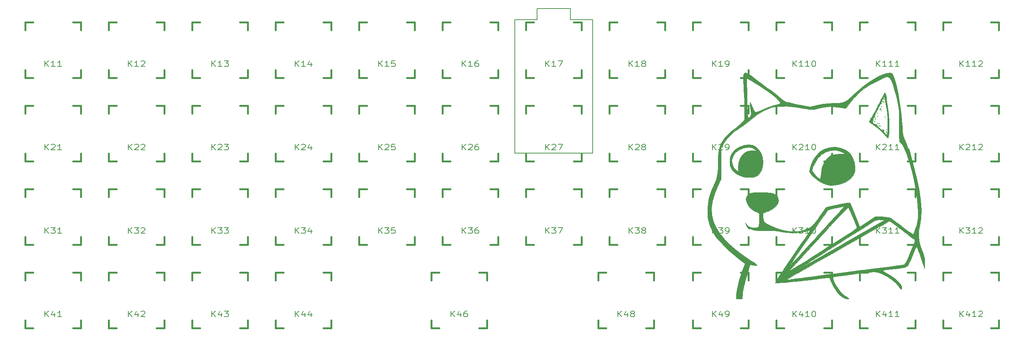
<source format=gbr>
G04 #@! TF.GenerationSoftware,KiCad,Pcbnew,(5.0.1-3-g963ef8bb5)*
G04 #@! TF.CreationDate,2019-04-11T19:17:33+08:00*
G04 #@! TF.ProjectId,keyboard_arduino,6B6579626F6172645F61726475696E6F,a*
G04 #@! TF.SameCoordinates,Original*
G04 #@! TF.FileFunction,Legend,Top*
G04 #@! TF.FilePolarity,Positive*
%FSLAX46Y46*%
G04 Gerber Fmt 4.6, Leading zero omitted, Abs format (unit mm)*
G04 Created by KiCad (PCBNEW (5.0.1-3-g963ef8bb5)) date 2019年04月11日 星期四 07:17:33*
%MOMM*%
%LPD*%
G01*
G04 APERTURE LIST*
%ADD10C,0.381000*%
%ADD11C,0.150000*%
%ADD12C,0.010000*%
%ADD13C,0.203200*%
G04 APERTURE END LIST*
D10*
G04 #@! TO.C,K26*
X135255000Y-58293000D02*
X135255000Y-56515000D01*
X135255000Y-69215000D02*
X135255000Y-67437000D01*
X137033000Y-69215000D02*
X135255000Y-69215000D01*
X147955000Y-69215000D02*
X146177000Y-69215000D01*
X147955000Y-67437000D02*
X147955000Y-69215000D01*
X147955000Y-56515000D02*
X147955000Y-58293000D01*
X146177000Y-56515000D02*
X147955000Y-56515000D01*
X135255000Y-56515000D02*
X137033000Y-56515000D01*
D11*
G04 #@! TO.C,UProMicro1*
X151765000Y-67310000D02*
X169545000Y-67310000D01*
X169545000Y-67310000D02*
X169545000Y-36830000D01*
X169545000Y-36830000D02*
X164465000Y-36830000D01*
X164465000Y-36830000D02*
X164465000Y-34290000D01*
X164465000Y-34290000D02*
X156845000Y-34290000D01*
X156845000Y-34290000D02*
X156845000Y-36830000D01*
X156845000Y-36830000D02*
X151765000Y-36830000D01*
X151765000Y-36830000D02*
X151765000Y-67310000D01*
D10*
G04 #@! TO.C,K11*
X40005000Y-37465000D02*
X41783000Y-37465000D01*
X50927000Y-37465000D02*
X52705000Y-37465000D01*
X52705000Y-37465000D02*
X52705000Y-39243000D01*
X52705000Y-48387000D02*
X52705000Y-50165000D01*
X52705000Y-50165000D02*
X50927000Y-50165000D01*
X41783000Y-50165000D02*
X40005000Y-50165000D01*
X40005000Y-50165000D02*
X40005000Y-48387000D01*
X40005000Y-39243000D02*
X40005000Y-37465000D01*
G04 #@! TO.C,K12*
X59055000Y-37465000D02*
X60833000Y-37465000D01*
X69977000Y-37465000D02*
X71755000Y-37465000D01*
X71755000Y-37465000D02*
X71755000Y-39243000D01*
X71755000Y-48387000D02*
X71755000Y-50165000D01*
X71755000Y-50165000D02*
X69977000Y-50165000D01*
X60833000Y-50165000D02*
X59055000Y-50165000D01*
X59055000Y-50165000D02*
X59055000Y-48387000D01*
X59055000Y-39243000D02*
X59055000Y-37465000D01*
G04 #@! TO.C,K13*
X78105000Y-39243000D02*
X78105000Y-37465000D01*
X78105000Y-50165000D02*
X78105000Y-48387000D01*
X79883000Y-50165000D02*
X78105000Y-50165000D01*
X90805000Y-50165000D02*
X89027000Y-50165000D01*
X90805000Y-48387000D02*
X90805000Y-50165000D01*
X90805000Y-37465000D02*
X90805000Y-39243000D01*
X89027000Y-37465000D02*
X90805000Y-37465000D01*
X78105000Y-37465000D02*
X79883000Y-37465000D01*
G04 #@! TO.C,K14*
X97155000Y-39243000D02*
X97155000Y-37465000D01*
X97155000Y-50165000D02*
X97155000Y-48387000D01*
X98933000Y-50165000D02*
X97155000Y-50165000D01*
X109855000Y-50165000D02*
X108077000Y-50165000D01*
X109855000Y-48387000D02*
X109855000Y-50165000D01*
X109855000Y-37465000D02*
X109855000Y-39243000D01*
X108077000Y-37465000D02*
X109855000Y-37465000D01*
X97155000Y-37465000D02*
X98933000Y-37465000D01*
G04 #@! TO.C,K15*
X116205000Y-39243000D02*
X116205000Y-37465000D01*
X116205000Y-50165000D02*
X116205000Y-48387000D01*
X117983000Y-50165000D02*
X116205000Y-50165000D01*
X128905000Y-50165000D02*
X127127000Y-50165000D01*
X128905000Y-48387000D02*
X128905000Y-50165000D01*
X128905000Y-37465000D02*
X128905000Y-39243000D01*
X127127000Y-37465000D02*
X128905000Y-37465000D01*
X116205000Y-37465000D02*
X117983000Y-37465000D01*
G04 #@! TO.C,K16*
X135255000Y-39243000D02*
X135255000Y-37465000D01*
X135255000Y-50165000D02*
X135255000Y-48387000D01*
X137033000Y-50165000D02*
X135255000Y-50165000D01*
X147955000Y-50165000D02*
X146177000Y-50165000D01*
X147955000Y-48387000D02*
X147955000Y-50165000D01*
X147955000Y-37465000D02*
X147955000Y-39243000D01*
X146177000Y-37465000D02*
X147955000Y-37465000D01*
X135255000Y-37465000D02*
X137033000Y-37465000D01*
G04 #@! TO.C,K17*
X154305000Y-39243000D02*
X154305000Y-37465000D01*
X154305000Y-50165000D02*
X154305000Y-48387000D01*
X156083000Y-50165000D02*
X154305000Y-50165000D01*
X167005000Y-50165000D02*
X165227000Y-50165000D01*
X167005000Y-48387000D02*
X167005000Y-50165000D01*
X167005000Y-37465000D02*
X167005000Y-39243000D01*
X165227000Y-37465000D02*
X167005000Y-37465000D01*
X154305000Y-37465000D02*
X156083000Y-37465000D01*
G04 #@! TO.C,K18*
X173355000Y-39243000D02*
X173355000Y-37465000D01*
X173355000Y-50165000D02*
X173355000Y-48387000D01*
X175133000Y-50165000D02*
X173355000Y-50165000D01*
X186055000Y-50165000D02*
X184277000Y-50165000D01*
X186055000Y-48387000D02*
X186055000Y-50165000D01*
X186055000Y-37465000D02*
X186055000Y-39243000D01*
X184277000Y-37465000D02*
X186055000Y-37465000D01*
X173355000Y-37465000D02*
X175133000Y-37465000D01*
G04 #@! TO.C,K19*
X192405000Y-39243000D02*
X192405000Y-37465000D01*
X192405000Y-50165000D02*
X192405000Y-48387000D01*
X194183000Y-50165000D02*
X192405000Y-50165000D01*
X205105000Y-50165000D02*
X203327000Y-50165000D01*
X205105000Y-48387000D02*
X205105000Y-50165000D01*
X205105000Y-37465000D02*
X205105000Y-39243000D01*
X203327000Y-37465000D02*
X205105000Y-37465000D01*
X192405000Y-37465000D02*
X194183000Y-37465000D01*
G04 #@! TO.C,K21*
X40005000Y-58293000D02*
X40005000Y-56515000D01*
X40005000Y-69215000D02*
X40005000Y-67437000D01*
X41783000Y-69215000D02*
X40005000Y-69215000D01*
X52705000Y-69215000D02*
X50927000Y-69215000D01*
X52705000Y-67437000D02*
X52705000Y-69215000D01*
X52705000Y-56515000D02*
X52705000Y-58293000D01*
X50927000Y-56515000D02*
X52705000Y-56515000D01*
X40005000Y-56515000D02*
X41783000Y-56515000D01*
G04 #@! TO.C,K22*
X59055000Y-58293000D02*
X59055000Y-56515000D01*
X59055000Y-69215000D02*
X59055000Y-67437000D01*
X60833000Y-69215000D02*
X59055000Y-69215000D01*
X71755000Y-69215000D02*
X69977000Y-69215000D01*
X71755000Y-67437000D02*
X71755000Y-69215000D01*
X71755000Y-56515000D02*
X71755000Y-58293000D01*
X69977000Y-56515000D02*
X71755000Y-56515000D01*
X59055000Y-56515000D02*
X60833000Y-56515000D01*
G04 #@! TO.C,K23*
X78105000Y-58293000D02*
X78105000Y-56515000D01*
X78105000Y-69215000D02*
X78105000Y-67437000D01*
X79883000Y-69215000D02*
X78105000Y-69215000D01*
X90805000Y-69215000D02*
X89027000Y-69215000D01*
X90805000Y-67437000D02*
X90805000Y-69215000D01*
X90805000Y-56515000D02*
X90805000Y-58293000D01*
X89027000Y-56515000D02*
X90805000Y-56515000D01*
X78105000Y-56515000D02*
X79883000Y-56515000D01*
G04 #@! TO.C,K24*
X97155000Y-58293000D02*
X97155000Y-56515000D01*
X97155000Y-69215000D02*
X97155000Y-67437000D01*
X98933000Y-69215000D02*
X97155000Y-69215000D01*
X109855000Y-69215000D02*
X108077000Y-69215000D01*
X109855000Y-67437000D02*
X109855000Y-69215000D01*
X109855000Y-56515000D02*
X109855000Y-58293000D01*
X108077000Y-56515000D02*
X109855000Y-56515000D01*
X97155000Y-56515000D02*
X98933000Y-56515000D01*
G04 #@! TO.C,K25*
X116205000Y-58293000D02*
X116205000Y-56515000D01*
X116205000Y-69215000D02*
X116205000Y-67437000D01*
X117983000Y-69215000D02*
X116205000Y-69215000D01*
X128905000Y-69215000D02*
X127127000Y-69215000D01*
X128905000Y-67437000D02*
X128905000Y-69215000D01*
X128905000Y-56515000D02*
X128905000Y-58293000D01*
X127127000Y-56515000D02*
X128905000Y-56515000D01*
X116205000Y-56515000D02*
X117983000Y-56515000D01*
G04 #@! TO.C,K27*
X154305000Y-58293000D02*
X154305000Y-56515000D01*
X154305000Y-69215000D02*
X154305000Y-67437000D01*
X156083000Y-69215000D02*
X154305000Y-69215000D01*
X167005000Y-69215000D02*
X165227000Y-69215000D01*
X167005000Y-67437000D02*
X167005000Y-69215000D01*
X167005000Y-56515000D02*
X167005000Y-58293000D01*
X165227000Y-56515000D02*
X167005000Y-56515000D01*
X154305000Y-56515000D02*
X156083000Y-56515000D01*
G04 #@! TO.C,K28*
X173355000Y-58293000D02*
X173355000Y-56515000D01*
X173355000Y-69215000D02*
X173355000Y-67437000D01*
X175133000Y-69215000D02*
X173355000Y-69215000D01*
X186055000Y-69215000D02*
X184277000Y-69215000D01*
X186055000Y-67437000D02*
X186055000Y-69215000D01*
X186055000Y-56515000D02*
X186055000Y-58293000D01*
X184277000Y-56515000D02*
X186055000Y-56515000D01*
X173355000Y-56515000D02*
X175133000Y-56515000D01*
G04 #@! TO.C,K29*
X192405000Y-58293000D02*
X192405000Y-56515000D01*
X192405000Y-69215000D02*
X192405000Y-67437000D01*
X194183000Y-69215000D02*
X192405000Y-69215000D01*
X205105000Y-69215000D02*
X203327000Y-69215000D01*
X205105000Y-67437000D02*
X205105000Y-69215000D01*
X205105000Y-56515000D02*
X205105000Y-58293000D01*
X203327000Y-56515000D02*
X205105000Y-56515000D01*
X192405000Y-56515000D02*
X194183000Y-56515000D01*
G04 #@! TO.C,K31*
X40005000Y-75565000D02*
X41783000Y-75565000D01*
X50927000Y-75565000D02*
X52705000Y-75565000D01*
X52705000Y-75565000D02*
X52705000Y-77343000D01*
X52705000Y-86487000D02*
X52705000Y-88265000D01*
X52705000Y-88265000D02*
X50927000Y-88265000D01*
X41783000Y-88265000D02*
X40005000Y-88265000D01*
X40005000Y-88265000D02*
X40005000Y-86487000D01*
X40005000Y-77343000D02*
X40005000Y-75565000D01*
G04 #@! TO.C,K32*
X59055000Y-75565000D02*
X60833000Y-75565000D01*
X69977000Y-75565000D02*
X71755000Y-75565000D01*
X71755000Y-75565000D02*
X71755000Y-77343000D01*
X71755000Y-86487000D02*
X71755000Y-88265000D01*
X71755000Y-88265000D02*
X69977000Y-88265000D01*
X60833000Y-88265000D02*
X59055000Y-88265000D01*
X59055000Y-88265000D02*
X59055000Y-86487000D01*
X59055000Y-77343000D02*
X59055000Y-75565000D01*
G04 #@! TO.C,K33*
X78105000Y-75565000D02*
X79883000Y-75565000D01*
X89027000Y-75565000D02*
X90805000Y-75565000D01*
X90805000Y-75565000D02*
X90805000Y-77343000D01*
X90805000Y-86487000D02*
X90805000Y-88265000D01*
X90805000Y-88265000D02*
X89027000Y-88265000D01*
X79883000Y-88265000D02*
X78105000Y-88265000D01*
X78105000Y-88265000D02*
X78105000Y-86487000D01*
X78105000Y-77343000D02*
X78105000Y-75565000D01*
G04 #@! TO.C,K34*
X97155000Y-75565000D02*
X98933000Y-75565000D01*
X108077000Y-75565000D02*
X109855000Y-75565000D01*
X109855000Y-75565000D02*
X109855000Y-77343000D01*
X109855000Y-86487000D02*
X109855000Y-88265000D01*
X109855000Y-88265000D02*
X108077000Y-88265000D01*
X98933000Y-88265000D02*
X97155000Y-88265000D01*
X97155000Y-88265000D02*
X97155000Y-86487000D01*
X97155000Y-77343000D02*
X97155000Y-75565000D01*
G04 #@! TO.C,K35*
X116205000Y-75565000D02*
X117983000Y-75565000D01*
X127127000Y-75565000D02*
X128905000Y-75565000D01*
X128905000Y-75565000D02*
X128905000Y-77343000D01*
X128905000Y-86487000D02*
X128905000Y-88265000D01*
X128905000Y-88265000D02*
X127127000Y-88265000D01*
X117983000Y-88265000D02*
X116205000Y-88265000D01*
X116205000Y-88265000D02*
X116205000Y-86487000D01*
X116205000Y-77343000D02*
X116205000Y-75565000D01*
G04 #@! TO.C,K36*
X135255000Y-75565000D02*
X137033000Y-75565000D01*
X146177000Y-75565000D02*
X147955000Y-75565000D01*
X147955000Y-75565000D02*
X147955000Y-77343000D01*
X147955000Y-86487000D02*
X147955000Y-88265000D01*
X147955000Y-88265000D02*
X146177000Y-88265000D01*
X137033000Y-88265000D02*
X135255000Y-88265000D01*
X135255000Y-88265000D02*
X135255000Y-86487000D01*
X135255000Y-77343000D02*
X135255000Y-75565000D01*
G04 #@! TO.C,K37*
X154305000Y-75565000D02*
X156083000Y-75565000D01*
X165227000Y-75565000D02*
X167005000Y-75565000D01*
X167005000Y-75565000D02*
X167005000Y-77343000D01*
X167005000Y-86487000D02*
X167005000Y-88265000D01*
X167005000Y-88265000D02*
X165227000Y-88265000D01*
X156083000Y-88265000D02*
X154305000Y-88265000D01*
X154305000Y-88265000D02*
X154305000Y-86487000D01*
X154305000Y-77343000D02*
X154305000Y-75565000D01*
G04 #@! TO.C,K38*
X173355000Y-75565000D02*
X175133000Y-75565000D01*
X184277000Y-75565000D02*
X186055000Y-75565000D01*
X186055000Y-75565000D02*
X186055000Y-77343000D01*
X186055000Y-86487000D02*
X186055000Y-88265000D01*
X186055000Y-88265000D02*
X184277000Y-88265000D01*
X175133000Y-88265000D02*
X173355000Y-88265000D01*
X173355000Y-88265000D02*
X173355000Y-86487000D01*
X173355000Y-77343000D02*
X173355000Y-75565000D01*
G04 #@! TO.C,K39*
X192405000Y-75565000D02*
X194183000Y-75565000D01*
X203327000Y-75565000D02*
X205105000Y-75565000D01*
X205105000Y-75565000D02*
X205105000Y-77343000D01*
X205105000Y-86487000D02*
X205105000Y-88265000D01*
X205105000Y-88265000D02*
X203327000Y-88265000D01*
X194183000Y-88265000D02*
X192405000Y-88265000D01*
X192405000Y-88265000D02*
X192405000Y-86487000D01*
X192405000Y-77343000D02*
X192405000Y-75565000D01*
G04 #@! TO.C,K41*
X40005000Y-94615000D02*
X41783000Y-94615000D01*
X50927000Y-94615000D02*
X52705000Y-94615000D01*
X52705000Y-94615000D02*
X52705000Y-96393000D01*
X52705000Y-105537000D02*
X52705000Y-107315000D01*
X52705000Y-107315000D02*
X50927000Y-107315000D01*
X41783000Y-107315000D02*
X40005000Y-107315000D01*
X40005000Y-107315000D02*
X40005000Y-105537000D01*
X40005000Y-96393000D02*
X40005000Y-94615000D01*
G04 #@! TO.C,K42*
X59055000Y-94615000D02*
X60833000Y-94615000D01*
X69977000Y-94615000D02*
X71755000Y-94615000D01*
X71755000Y-94615000D02*
X71755000Y-96393000D01*
X71755000Y-105537000D02*
X71755000Y-107315000D01*
X71755000Y-107315000D02*
X69977000Y-107315000D01*
X60833000Y-107315000D02*
X59055000Y-107315000D01*
X59055000Y-107315000D02*
X59055000Y-105537000D01*
X59055000Y-96393000D02*
X59055000Y-94615000D01*
G04 #@! TO.C,K43*
X78105000Y-94615000D02*
X79883000Y-94615000D01*
X89027000Y-94615000D02*
X90805000Y-94615000D01*
X90805000Y-94615000D02*
X90805000Y-96393000D01*
X90805000Y-105537000D02*
X90805000Y-107315000D01*
X90805000Y-107315000D02*
X89027000Y-107315000D01*
X79883000Y-107315000D02*
X78105000Y-107315000D01*
X78105000Y-107315000D02*
X78105000Y-105537000D01*
X78105000Y-96393000D02*
X78105000Y-94615000D01*
G04 #@! TO.C,K44*
X97155000Y-94615000D02*
X98933000Y-94615000D01*
X108077000Y-94615000D02*
X109855000Y-94615000D01*
X109855000Y-94615000D02*
X109855000Y-96393000D01*
X109855000Y-105537000D02*
X109855000Y-107315000D01*
X109855000Y-107315000D02*
X108077000Y-107315000D01*
X98933000Y-107315000D02*
X97155000Y-107315000D01*
X97155000Y-107315000D02*
X97155000Y-105537000D01*
X97155000Y-96393000D02*
X97155000Y-94615000D01*
G04 #@! TO.C,K46*
X132715000Y-94615000D02*
X134493000Y-94615000D01*
X143637000Y-94615000D02*
X145415000Y-94615000D01*
X145415000Y-94615000D02*
X145415000Y-96393000D01*
X145415000Y-105537000D02*
X145415000Y-107315000D01*
X145415000Y-107315000D02*
X143637000Y-107315000D01*
X134493000Y-107315000D02*
X132715000Y-107315000D01*
X132715000Y-107315000D02*
X132715000Y-105537000D01*
X132715000Y-96393000D02*
X132715000Y-94615000D01*
G04 #@! TO.C,K48*
X170815000Y-94615000D02*
X172593000Y-94615000D01*
X181737000Y-94615000D02*
X183515000Y-94615000D01*
X183515000Y-94615000D02*
X183515000Y-96393000D01*
X183515000Y-105537000D02*
X183515000Y-107315000D01*
X183515000Y-107315000D02*
X181737000Y-107315000D01*
X172593000Y-107315000D02*
X170815000Y-107315000D01*
X170815000Y-107315000D02*
X170815000Y-105537000D01*
X170815000Y-96393000D02*
X170815000Y-94615000D01*
G04 #@! TO.C,K49*
X192405000Y-94615000D02*
X194183000Y-94615000D01*
X203327000Y-94615000D02*
X205105000Y-94615000D01*
X205105000Y-94615000D02*
X205105000Y-96393000D01*
X205105000Y-105537000D02*
X205105000Y-107315000D01*
X205105000Y-107315000D02*
X203327000Y-107315000D01*
X194183000Y-107315000D02*
X192405000Y-107315000D01*
X192405000Y-107315000D02*
X192405000Y-105537000D01*
X192405000Y-96393000D02*
X192405000Y-94615000D01*
G04 #@! TO.C,K110*
X211455000Y-39243000D02*
X211455000Y-37465000D01*
X211455000Y-50165000D02*
X211455000Y-48387000D01*
X213233000Y-50165000D02*
X211455000Y-50165000D01*
X224155000Y-50165000D02*
X222377000Y-50165000D01*
X224155000Y-48387000D02*
X224155000Y-50165000D01*
X224155000Y-37465000D02*
X224155000Y-39243000D01*
X222377000Y-37465000D02*
X224155000Y-37465000D01*
X211455000Y-37465000D02*
X213233000Y-37465000D01*
G04 #@! TO.C,K111*
X230505000Y-39243000D02*
X230505000Y-37465000D01*
X230505000Y-50165000D02*
X230505000Y-48387000D01*
X232283000Y-50165000D02*
X230505000Y-50165000D01*
X243205000Y-50165000D02*
X241427000Y-50165000D01*
X243205000Y-48387000D02*
X243205000Y-50165000D01*
X243205000Y-37465000D02*
X243205000Y-39243000D01*
X241427000Y-37465000D02*
X243205000Y-37465000D01*
X230505000Y-37465000D02*
X232283000Y-37465000D01*
G04 #@! TO.C,K112*
X249555000Y-39243000D02*
X249555000Y-37465000D01*
X249555000Y-50165000D02*
X249555000Y-48387000D01*
X251333000Y-50165000D02*
X249555000Y-50165000D01*
X262255000Y-50165000D02*
X260477000Y-50165000D01*
X262255000Y-48387000D02*
X262255000Y-50165000D01*
X262255000Y-37465000D02*
X262255000Y-39243000D01*
X260477000Y-37465000D02*
X262255000Y-37465000D01*
X249555000Y-37465000D02*
X251333000Y-37465000D01*
G04 #@! TO.C,K210*
X211455000Y-58293000D02*
X211455000Y-56515000D01*
X211455000Y-69215000D02*
X211455000Y-67437000D01*
X213233000Y-69215000D02*
X211455000Y-69215000D01*
X224155000Y-69215000D02*
X222377000Y-69215000D01*
X224155000Y-67437000D02*
X224155000Y-69215000D01*
X224155000Y-56515000D02*
X224155000Y-58293000D01*
X222377000Y-56515000D02*
X224155000Y-56515000D01*
X211455000Y-56515000D02*
X213233000Y-56515000D01*
G04 #@! TO.C,K211*
X230505000Y-58293000D02*
X230505000Y-56515000D01*
X230505000Y-69215000D02*
X230505000Y-67437000D01*
X232283000Y-69215000D02*
X230505000Y-69215000D01*
X243205000Y-69215000D02*
X241427000Y-69215000D01*
X243205000Y-67437000D02*
X243205000Y-69215000D01*
X243205000Y-56515000D02*
X243205000Y-58293000D01*
X241427000Y-56515000D02*
X243205000Y-56515000D01*
X230505000Y-56515000D02*
X232283000Y-56515000D01*
G04 #@! TO.C,K212*
X249555000Y-58293000D02*
X249555000Y-56515000D01*
X249555000Y-69215000D02*
X249555000Y-67437000D01*
X251333000Y-69215000D02*
X249555000Y-69215000D01*
X262255000Y-69215000D02*
X260477000Y-69215000D01*
X262255000Y-67437000D02*
X262255000Y-69215000D01*
X262255000Y-56515000D02*
X262255000Y-58293000D01*
X260477000Y-56515000D02*
X262255000Y-56515000D01*
X249555000Y-56515000D02*
X251333000Y-56515000D01*
G04 #@! TO.C,K310*
X211455000Y-75565000D02*
X213233000Y-75565000D01*
X222377000Y-75565000D02*
X224155000Y-75565000D01*
X224155000Y-75565000D02*
X224155000Y-77343000D01*
X224155000Y-86487000D02*
X224155000Y-88265000D01*
X224155000Y-88265000D02*
X222377000Y-88265000D01*
X213233000Y-88265000D02*
X211455000Y-88265000D01*
X211455000Y-88265000D02*
X211455000Y-86487000D01*
X211455000Y-77343000D02*
X211455000Y-75565000D01*
G04 #@! TO.C,K311*
X230505000Y-75565000D02*
X232283000Y-75565000D01*
X241427000Y-75565000D02*
X243205000Y-75565000D01*
X243205000Y-75565000D02*
X243205000Y-77343000D01*
X243205000Y-86487000D02*
X243205000Y-88265000D01*
X243205000Y-88265000D02*
X241427000Y-88265000D01*
X232283000Y-88265000D02*
X230505000Y-88265000D01*
X230505000Y-88265000D02*
X230505000Y-86487000D01*
X230505000Y-77343000D02*
X230505000Y-75565000D01*
G04 #@! TO.C,K312*
X249555000Y-75565000D02*
X251333000Y-75565000D01*
X260477000Y-75565000D02*
X262255000Y-75565000D01*
X262255000Y-75565000D02*
X262255000Y-77343000D01*
X262255000Y-86487000D02*
X262255000Y-88265000D01*
X262255000Y-88265000D02*
X260477000Y-88265000D01*
X251333000Y-88265000D02*
X249555000Y-88265000D01*
X249555000Y-88265000D02*
X249555000Y-86487000D01*
X249555000Y-77343000D02*
X249555000Y-75565000D01*
G04 #@! TO.C,K410*
X211455000Y-94615000D02*
X213233000Y-94615000D01*
X222377000Y-94615000D02*
X224155000Y-94615000D01*
X224155000Y-94615000D02*
X224155000Y-96393000D01*
X224155000Y-105537000D02*
X224155000Y-107315000D01*
X224155000Y-107315000D02*
X222377000Y-107315000D01*
X213233000Y-107315000D02*
X211455000Y-107315000D01*
X211455000Y-107315000D02*
X211455000Y-105537000D01*
X211455000Y-96393000D02*
X211455000Y-94615000D01*
G04 #@! TO.C,K411*
X230505000Y-94615000D02*
X232283000Y-94615000D01*
X241427000Y-94615000D02*
X243205000Y-94615000D01*
X243205000Y-94615000D02*
X243205000Y-96393000D01*
X243205000Y-105537000D02*
X243205000Y-107315000D01*
X243205000Y-107315000D02*
X241427000Y-107315000D01*
X232283000Y-107315000D02*
X230505000Y-107315000D01*
X230505000Y-107315000D02*
X230505000Y-105537000D01*
X230505000Y-96393000D02*
X230505000Y-94615000D01*
G04 #@! TO.C,K412*
X249555000Y-94615000D02*
X251333000Y-94615000D01*
X260477000Y-94615000D02*
X262255000Y-94615000D01*
X262255000Y-94615000D02*
X262255000Y-96393000D01*
X262255000Y-105537000D02*
X262255000Y-107315000D01*
X262255000Y-107315000D02*
X260477000Y-107315000D01*
X251333000Y-107315000D02*
X249555000Y-107315000D01*
X249555000Y-107315000D02*
X249555000Y-105537000D01*
X249555000Y-96393000D02*
X249555000Y-94615000D01*
D12*
G04 #@! TO.C,G\002A\002A\002A*
G36*
X204942410Y-49179743D02*
X205607867Y-49592886D01*
X206446274Y-50217347D01*
X207249001Y-50835364D01*
X208128635Y-51495201D01*
X208954849Y-52099800D01*
X209380666Y-52402632D01*
X210164095Y-52971071D01*
X211021797Y-53625171D01*
X211793674Y-54242231D01*
X211939615Y-54363812D01*
X212507984Y-54831596D01*
X213010430Y-55226174D01*
X213369232Y-55487283D01*
X213463615Y-55545443D01*
X213733729Y-55635095D01*
X214271826Y-55773441D01*
X215013304Y-55945262D01*
X215893565Y-56135338D01*
X216464970Y-56252520D01*
X219146607Y-56791542D01*
X220964200Y-56356938D01*
X222224942Y-56096841D01*
X223382327Y-55960098D01*
X224569550Y-55922333D01*
X225609265Y-55898557D01*
X226412942Y-55800996D01*
X227077089Y-55590302D01*
X227698216Y-55227127D01*
X228372830Y-54672122D01*
X228934502Y-54142653D01*
X230085344Y-53093680D01*
X231305056Y-52100812D01*
X232545623Y-51194771D01*
X233759030Y-50406282D01*
X234897262Y-49766067D01*
X235912303Y-49304850D01*
X236756139Y-49053353D01*
X236928564Y-49027533D01*
X237429149Y-48998461D01*
X237739643Y-49086778D01*
X238001012Y-49338493D01*
X238043221Y-49391313D01*
X238248047Y-49783898D01*
X238483102Y-50453999D01*
X238732600Y-51343605D01*
X238980755Y-52394706D01*
X239211782Y-53549293D01*
X239281091Y-53940327D01*
X239580106Y-55736670D01*
X239813134Y-57263799D01*
X239988027Y-58583021D01*
X240112641Y-59755641D01*
X240194829Y-60842965D01*
X240216237Y-61239616D01*
X240266963Y-62167707D01*
X240326553Y-62846857D01*
X240413006Y-63366669D01*
X240544321Y-63816745D01*
X240738496Y-64286688D01*
X240895555Y-64621505D01*
X241168468Y-65217201D01*
X241370991Y-65709217D01*
X241466355Y-66006956D01*
X241469333Y-66035222D01*
X241562629Y-66235474D01*
X241619447Y-66251666D01*
X241757804Y-66397048D01*
X241864496Y-66717333D01*
X241940434Y-67032347D01*
X242090295Y-67608378D01*
X242296718Y-68380311D01*
X242542340Y-69283030D01*
X242733600Y-69977000D01*
X243490422Y-72945498D01*
X244041986Y-75649124D01*
X244388740Y-78092041D01*
X244531130Y-80278412D01*
X244469603Y-82212401D01*
X244221000Y-83827138D01*
X243990554Y-85118484D01*
X243939401Y-86275313D01*
X244076657Y-87411160D01*
X244411440Y-88639561D01*
X244664224Y-89346296D01*
X244981966Y-90214268D01*
X245186782Y-90875817D01*
X245301548Y-91434767D01*
X245349144Y-91994941D01*
X245354518Y-92478962D01*
X245345037Y-93768333D01*
X244491483Y-91313000D01*
X244187544Y-90453307D01*
X243913968Y-89706630D01*
X243693120Y-89131969D01*
X243547366Y-88788322D01*
X243508730Y-88720566D01*
X243387734Y-88791451D01*
X243198940Y-89111419D01*
X243001027Y-89567233D01*
X242512228Y-90794654D01*
X242075657Y-91804741D01*
X241705392Y-92567533D01*
X241415512Y-93053067D01*
X241300035Y-93187077D01*
X240979173Y-93333037D01*
X240338652Y-93482652D01*
X239371487Y-93637318D01*
X238483095Y-93750916D01*
X237580555Y-93858234D01*
X236786033Y-93953294D01*
X236165813Y-94028120D01*
X235786175Y-94074738D01*
X235712000Y-94084317D01*
X235732764Y-94170808D01*
X236003908Y-94372372D01*
X236472958Y-94652503D01*
X236727067Y-94790479D01*
X237510776Y-95261638D01*
X238279166Y-95823074D01*
X238977920Y-96423616D01*
X239552716Y-97012097D01*
X239949235Y-97537346D01*
X240113157Y-97948193D01*
X240114666Y-97981622D01*
X240055929Y-98338772D01*
X239883221Y-98380524D01*
X239601795Y-98108466D01*
X239355512Y-97752174D01*
X238704699Y-96959542D01*
X237792082Y-96183678D01*
X236692763Y-95475825D01*
X235481845Y-94887229D01*
X234773357Y-94625670D01*
X234512467Y-94546674D01*
X234255107Y-94491841D01*
X233957458Y-94463753D01*
X233575702Y-94464990D01*
X233066023Y-94498133D01*
X232384601Y-94565763D01*
X231487618Y-94670459D01*
X230331258Y-94814804D01*
X229277333Y-94949363D01*
X228057984Y-95105075D01*
X226948781Y-95245645D01*
X225993990Y-95365550D01*
X225237877Y-95459266D01*
X224724708Y-95521270D01*
X224498749Y-95546037D01*
X224493666Y-95546254D01*
X224368049Y-95676428D01*
X224406085Y-96027272D01*
X224580593Y-96539672D01*
X224864396Y-97154516D01*
X225230314Y-97812692D01*
X225651168Y-98455084D01*
X226083637Y-99004330D01*
X226581145Y-99499789D01*
X227120029Y-99932637D01*
X227435289Y-100128854D01*
X227834406Y-100349302D01*
X228067362Y-100510535D01*
X228092000Y-100545108D01*
X227942862Y-100598692D01*
X227575924Y-100625593D01*
X227495549Y-100626333D01*
X226920180Y-100474990D01*
X226278642Y-100054976D01*
X225616531Y-99417317D01*
X224979439Y-98613036D01*
X224412961Y-97693157D01*
X223962690Y-96708705D01*
X223939741Y-96647000D01*
X223759986Y-96164733D01*
X223631480Y-95834588D01*
X223593456Y-95748611D01*
X223422821Y-95754297D01*
X222967558Y-95800220D01*
X222278539Y-95880410D01*
X221406635Y-95988897D01*
X220402719Y-96119711D01*
X220194500Y-96147502D01*
X219199891Y-96273872D01*
X218094040Y-96402751D01*
X216926488Y-96529582D01*
X215746775Y-96649810D01*
X214604439Y-96758877D01*
X213549022Y-96852227D01*
X212630063Y-96925305D01*
X211897101Y-96973554D01*
X211399677Y-96992417D01*
X211187330Y-96977339D01*
X211185585Y-96976069D01*
X211252364Y-96816979D01*
X211499021Y-96401774D01*
X211653556Y-96158146D01*
X213913228Y-96158146D01*
X214080395Y-96190328D01*
X214465951Y-96173234D01*
X215095005Y-96108444D01*
X215992662Y-95997540D01*
X217184028Y-95842102D01*
X218186000Y-95710294D01*
X219711384Y-95510546D01*
X221364477Y-95294981D01*
X223114350Y-95067564D01*
X224930072Y-94832260D01*
X226780713Y-94593036D01*
X228635343Y-94353857D01*
X230463032Y-94118689D01*
X232232850Y-93891497D01*
X233913866Y-93676248D01*
X235475150Y-93476906D01*
X236885774Y-93297438D01*
X238114805Y-93141810D01*
X239131315Y-93013986D01*
X239904373Y-92917934D01*
X240403048Y-92857617D01*
X240595995Y-92837000D01*
X240783176Y-92699110D01*
X241024398Y-92353773D01*
X241106773Y-92202000D01*
X241312752Y-91766083D01*
X241583275Y-91152565D01*
X241892696Y-90424642D01*
X242215375Y-89645507D01*
X242525666Y-88878357D01*
X242797927Y-88186387D01*
X243006516Y-87632790D01*
X243125787Y-87280764D01*
X243141631Y-87187307D01*
X242993765Y-87075154D01*
X242616825Y-86789013D01*
X242051438Y-86359733D01*
X241338230Y-85818160D01*
X240517828Y-85195140D01*
X240251524Y-84992898D01*
X239403795Y-84353073D01*
X238646711Y-83789234D01*
X238021667Y-83331590D01*
X237570054Y-83010349D01*
X237333266Y-82855719D01*
X237310159Y-82846333D01*
X237139596Y-82929098D01*
X236691475Y-83171296D01*
X235981969Y-83563782D01*
X235027247Y-84097410D01*
X233843480Y-84763034D01*
X232446840Y-85551508D01*
X230853497Y-86453687D01*
X229079622Y-87460425D01*
X227141387Y-88562576D01*
X225054961Y-89750995D01*
X222836517Y-91016535D01*
X220502224Y-92350052D01*
X220133333Y-92560955D01*
X218995291Y-93210473D01*
X217897699Y-93834696D01*
X216891244Y-94404963D01*
X216026615Y-94892615D01*
X215354500Y-95268992D01*
X214926333Y-95505033D01*
X214471004Y-95750131D01*
X214133639Y-95939628D01*
X213939345Y-96075107D01*
X213913228Y-96158146D01*
X211653556Y-96158146D01*
X211911285Y-95751831D01*
X212474888Y-94888527D01*
X212960154Y-94157666D01*
X214466478Y-94157666D01*
X214518916Y-94169511D01*
X214824457Y-94016211D01*
X215351673Y-93716301D01*
X215548312Y-93599000D01*
X216746666Y-93599000D01*
X216831333Y-93683666D01*
X216916000Y-93599000D01*
X216831333Y-93514333D01*
X216746666Y-93599000D01*
X215548312Y-93599000D01*
X215832177Y-93429666D01*
X217085333Y-93429666D01*
X217170000Y-93514333D01*
X217254666Y-93429666D01*
X217170000Y-93345000D01*
X217085333Y-93429666D01*
X215832177Y-93429666D01*
X216013233Y-93321661D01*
X217400791Y-93321661D01*
X217402596Y-93333346D01*
X217440732Y-93322205D01*
X217535743Y-93276692D01*
X217708174Y-93185261D01*
X217978566Y-93036365D01*
X218367466Y-92818458D01*
X218895415Y-92519995D01*
X219582959Y-92129428D01*
X220450641Y-91635213D01*
X221519004Y-91025802D01*
X222808593Y-90289650D01*
X224339951Y-89415210D01*
X226133623Y-88390937D01*
X227243840Y-87757000D01*
X236289162Y-82592333D01*
X235326607Y-82541649D01*
X234917094Y-82528607D01*
X234579372Y-82557968D01*
X234241904Y-82658335D01*
X233833154Y-82858314D01*
X233281587Y-83186507D01*
X232540359Y-83655748D01*
X231833950Y-84105923D01*
X230916584Y-84689037D01*
X229863677Y-85357237D01*
X228750643Y-86062670D01*
X227652898Y-86757482D01*
X227414666Y-86908127D01*
X226334938Y-87591239D01*
X225226690Y-88293250D01*
X224164268Y-88967005D01*
X223222018Y-89565349D01*
X222474286Y-90041128D01*
X222334666Y-90130159D01*
X221444640Y-90694921D01*
X220462047Y-91313467D01*
X219527617Y-91897419D01*
X218990333Y-92230385D01*
X218355899Y-92628455D01*
X217844831Y-92962216D01*
X217516111Y-93192296D01*
X217424000Y-93275996D01*
X217414773Y-93298695D01*
X217400791Y-93321661D01*
X216013233Y-93321661D01*
X216069135Y-93288314D01*
X216945418Y-92750784D01*
X217949092Y-92122246D01*
X218363880Y-91859241D01*
X219577979Y-91086908D01*
X220827244Y-90292315D01*
X222046632Y-89516823D01*
X223171099Y-88801798D01*
X224135601Y-88188603D01*
X224834214Y-87744575D01*
X225750497Y-87162678D01*
X226701320Y-86559431D01*
X227588923Y-85996825D01*
X228315541Y-85536847D01*
X228474881Y-85436119D01*
X229065175Y-85038964D01*
X229520686Y-84686135D01*
X229781402Y-84426767D01*
X229819151Y-84335452D01*
X229727774Y-84058332D01*
X229539010Y-83558585D01*
X229281855Y-82906772D01*
X228985304Y-82173454D01*
X228678354Y-81429192D01*
X228389999Y-80744548D01*
X228149236Y-80190083D01*
X227985060Y-79836358D01*
X227934300Y-79748648D01*
X227789190Y-79829790D01*
X227450918Y-80130044D01*
X226952580Y-80616531D01*
X226327276Y-81256368D01*
X225608105Y-82016677D01*
X225121800Y-82542648D01*
X224273926Y-83466079D01*
X223422896Y-84390370D01*
X222622014Y-85257814D01*
X221924585Y-86010706D01*
X221383914Y-86591340D01*
X221242951Y-86741727D01*
X220652713Y-87375070D01*
X219928087Y-88160579D01*
X219160872Y-88998365D01*
X218442871Y-89788537D01*
X218441794Y-89789727D01*
X217747268Y-90555746D01*
X217026552Y-91347004D01*
X216362400Y-92072858D01*
X215837563Y-92642665D01*
X215814392Y-92667666D01*
X215308753Y-93217086D01*
X214855461Y-93716825D01*
X214531404Y-94081887D01*
X214466478Y-94157666D01*
X212960154Y-94157666D01*
X213175561Y-93833242D01*
X213674150Y-93091000D01*
X214484707Y-93091000D01*
X214825254Y-92752333D01*
X215032756Y-92534998D01*
X215432366Y-92106766D01*
X215987843Y-91506846D01*
X216662944Y-90774444D01*
X217421430Y-89948767D01*
X217945900Y-89376360D01*
X218790203Y-88453272D01*
X219621027Y-87543695D01*
X220390448Y-86700190D01*
X221050538Y-85975318D01*
X221553372Y-85421638D01*
X221728790Y-85227693D01*
X222210618Y-84698289D01*
X222852293Y-83999756D01*
X223581973Y-83209980D01*
X224327818Y-82406845D01*
X224598951Y-82116048D01*
X225251470Y-81411853D01*
X225836124Y-80771142D01*
X226307109Y-80244858D01*
X226618619Y-79883945D01*
X226709118Y-79769123D01*
X226860429Y-79522563D01*
X226783936Y-79477384D01*
X226632957Y-79515853D01*
X226325666Y-79591421D01*
X225785739Y-79711170D01*
X225112705Y-79853237D01*
X224874666Y-79902043D01*
X224201907Y-80049403D01*
X223651965Y-80189264D01*
X223313434Y-80298357D01*
X223259465Y-80326289D01*
X223139965Y-80481318D01*
X222853382Y-80881470D01*
X222423553Y-81492144D01*
X221874315Y-82278741D01*
X221229504Y-83206661D01*
X220512957Y-84241302D01*
X219748510Y-85348065D01*
X218960000Y-86492350D01*
X218171263Y-87639556D01*
X217406137Y-88755083D01*
X216688456Y-89804331D01*
X216042059Y-90752700D01*
X215490782Y-91565590D01*
X215058460Y-92208399D01*
X214768931Y-92646529D01*
X214726687Y-92712136D01*
X214484707Y-93091000D01*
X213674150Y-93091000D01*
X213999034Y-92607351D01*
X214931040Y-91232233D01*
X215957308Y-89729265D01*
X217063570Y-88119826D01*
X218032370Y-86718339D01*
X218554104Y-85943668D01*
X218902034Y-85378579D01*
X219065481Y-85042078D01*
X219033766Y-84953170D01*
X219021623Y-84957684D01*
X217972665Y-85279811D01*
X216692239Y-85471672D01*
X215263182Y-85529123D01*
X213768332Y-85448019D01*
X212577847Y-85280060D01*
X211763840Y-85156188D01*
X210945996Y-85073465D01*
X210272768Y-85045952D01*
X210142666Y-85049433D01*
X209532154Y-85070658D01*
X208998790Y-85075317D01*
X208788000Y-85069381D01*
X208395753Y-85049274D01*
X207805716Y-85022402D01*
X207264000Y-84999478D01*
X206625649Y-84943477D01*
X206076800Y-84843186D01*
X205782333Y-84741179D01*
X205501354Y-84615305D01*
X205401333Y-84624333D01*
X205316365Y-84701664D01*
X205111801Y-84574660D01*
X204863146Y-84315807D01*
X204645909Y-83997588D01*
X204567193Y-83823574D01*
X204374764Y-83269666D01*
X204878503Y-83820000D01*
X205221577Y-84149756D01*
X205556663Y-84313472D01*
X206027289Y-84367138D01*
X206289254Y-84370333D01*
X206838586Y-84334404D01*
X207259384Y-84242381D01*
X207399466Y-84167133D01*
X207508818Y-83879326D01*
X207578479Y-83302227D01*
X207602666Y-82492157D01*
X207596857Y-81781467D01*
X207567985Y-81338738D01*
X207498884Y-81093315D01*
X207372385Y-80974543D01*
X207221666Y-80924076D01*
X206374696Y-80569249D01*
X205621979Y-79994747D01*
X205026827Y-79273543D01*
X204652550Y-78478609D01*
X204554666Y-77850048D01*
X204658135Y-77273558D01*
X204981801Y-76834830D01*
X205545551Y-76527249D01*
X206369275Y-76344197D01*
X207472860Y-76279060D01*
X208876195Y-76325219D01*
X209094027Y-76339925D01*
X210097046Y-76437043D01*
X210818665Y-76578185D01*
X211315466Y-76785810D01*
X211644028Y-77082377D01*
X211836324Y-77428450D01*
X211964728Y-78143167D01*
X211777796Y-78849324D01*
X211298151Y-79516462D01*
X210548413Y-80114120D01*
X209551204Y-80611840D01*
X209440558Y-80654265D01*
X208449333Y-81024958D01*
X208449333Y-81923550D01*
X208477183Y-82475731D01*
X208598412Y-82879876D01*
X208869535Y-83207555D01*
X209347068Y-83530339D01*
X209984947Y-83868196D01*
X211431762Y-84482052D01*
X212958638Y-84921831D01*
X214487927Y-85176082D01*
X215941983Y-85233354D01*
X217243157Y-85082195D01*
X217602138Y-84991573D01*
X218401103Y-84717595D01*
X219073356Y-84376129D01*
X219678786Y-83916225D01*
X220277280Y-83286933D01*
X220928723Y-82437301D01*
X221392965Y-81766428D01*
X221880932Y-81048888D01*
X222304197Y-80437711D01*
X222625883Y-79985298D01*
X222809115Y-79744052D01*
X222833525Y-79719316D01*
X223077121Y-79636431D01*
X223576238Y-79509657D01*
X224253091Y-79355120D01*
X225029895Y-79188942D01*
X225828862Y-79027250D01*
X226572209Y-78886167D01*
X227182150Y-78781819D01*
X227580898Y-78730329D01*
X227614139Y-78728314D01*
X228293174Y-78697666D01*
X229399630Y-81428886D01*
X230506087Y-84160106D01*
X234103333Y-81821138D01*
X235542666Y-81847537D01*
X236262266Y-81885045D01*
X236896568Y-81961248D01*
X237334227Y-82061565D01*
X237405333Y-82091455D01*
X237676837Y-82263743D01*
X238162629Y-82604163D01*
X238808988Y-83073807D01*
X239562195Y-83633766D01*
X240180724Y-84101654D01*
X240950779Y-84684242D01*
X241627126Y-85187732D01*
X242164287Y-85578930D01*
X242516783Y-85824645D01*
X242636920Y-85894333D01*
X242754451Y-85745939D01*
X242936997Y-85356417D01*
X243153036Y-84809252D01*
X243371047Y-84187933D01*
X243559506Y-83575947D01*
X243659873Y-83185000D01*
X243801624Y-82139757D01*
X243826393Y-80802337D01*
X243736173Y-79197644D01*
X243532955Y-77350581D01*
X243218732Y-75286052D01*
X242881642Y-73458477D01*
X242613467Y-72237915D01*
X242289205Y-70981014D01*
X241925224Y-69732953D01*
X241537888Y-68538911D01*
X241143564Y-67444068D01*
X240758619Y-66493604D01*
X240399417Y-65732698D01*
X240082326Y-65206530D01*
X239823711Y-64960280D01*
X239800358Y-64952433D01*
X239697109Y-64906339D01*
X239619649Y-64800904D01*
X239564605Y-64593401D01*
X239528601Y-64241101D01*
X239508263Y-63701278D01*
X239500218Y-62931204D01*
X239501089Y-61888151D01*
X239504059Y-61200629D01*
X239505808Y-59862743D01*
X239489410Y-58776754D01*
X239444286Y-57857554D01*
X239359858Y-57020037D01*
X239225545Y-56179097D01*
X239030767Y-55249626D01*
X238764947Y-54146518D01*
X238495571Y-53087819D01*
X238144941Y-51861253D01*
X237800823Y-50952067D01*
X237450850Y-50339501D01*
X237082652Y-50002793D01*
X236683863Y-49921183D01*
X236614744Y-49930709D01*
X236194826Y-50065622D01*
X235558343Y-50340999D01*
X234776873Y-50719341D01*
X233921996Y-51163153D01*
X233065289Y-51634940D01*
X232278330Y-52097205D01*
X231632697Y-52512452D01*
X231478666Y-52621234D01*
X230187656Y-53690512D01*
X228971099Y-54941005D01*
X227961264Y-56234765D01*
X227620486Y-56720855D01*
X227377147Y-56981714D01*
X227139565Y-57073056D01*
X226816055Y-57050590D01*
X226660336Y-57025277D01*
X225492571Y-56840518D01*
X224565416Y-56728336D01*
X223788340Y-56690322D01*
X223070808Y-56728068D01*
X222322289Y-56843165D01*
X221452248Y-57037205D01*
X221106887Y-57122901D01*
X220492416Y-57270072D01*
X220012758Y-57350816D01*
X219557394Y-57367269D01*
X219015801Y-57321566D01*
X218277460Y-57215844D01*
X218058887Y-57181806D01*
X216565722Y-56951980D01*
X215359642Y-56777031D01*
X214394295Y-56652550D01*
X213623328Y-56574129D01*
X213000390Y-56537358D01*
X212479127Y-56537828D01*
X212013188Y-56571131D01*
X211846000Y-56590831D01*
X210236916Y-56956013D01*
X208626460Y-57640276D01*
X207001917Y-58649986D01*
X205740000Y-59647570D01*
X205217096Y-60068613D01*
X204507271Y-60600069D01*
X203708910Y-61169880D01*
X203015661Y-61642882D01*
X201845430Y-62471541D01*
X200928896Y-63245936D01*
X200202250Y-64029632D01*
X199601682Y-64886194D01*
X199384180Y-65260359D01*
X198882000Y-66167000D01*
X198876678Y-69723000D01*
X198871357Y-73279000D01*
X198170987Y-74718333D01*
X197370708Y-76573902D01*
X196858928Y-78283608D01*
X196637369Y-79881733D01*
X196707751Y-81402561D01*
X197071795Y-82880374D01*
X197731222Y-84349456D01*
X198687752Y-85844089D01*
X198732500Y-85905275D01*
X199638922Y-86997713D01*
X200789178Y-88162594D01*
X202114782Y-89341403D01*
X203547247Y-90475625D01*
X205018086Y-91506746D01*
X206005512Y-92119323D01*
X206529452Y-92443355D01*
X206914888Y-92715432D01*
X207088258Y-92882994D01*
X207091423Y-92895223D01*
X206943529Y-92957074D01*
X206562776Y-92956171D01*
X206282959Y-92926474D01*
X205471251Y-92814836D01*
X204664794Y-95531021D01*
X204379706Y-96544155D01*
X204125542Y-97546159D01*
X203922772Y-98448813D01*
X203791863Y-99163897D01*
X203758609Y-99436769D01*
X203658880Y-100626333D01*
X202353333Y-100626333D01*
X202353333Y-99793036D01*
X202424082Y-98927353D01*
X202622516Y-97835499D01*
X202927913Y-96595724D01*
X203319552Y-95286275D01*
X203776711Y-93985402D01*
X204112433Y-93150321D01*
X204375682Y-92532309D01*
X203166597Y-91713718D01*
X202639043Y-91317091D01*
X201943565Y-90736994D01*
X201148017Y-90033069D01*
X200320255Y-89264957D01*
X199727643Y-88691064D01*
X198910092Y-87875269D01*
X198293600Y-87234903D01*
X197832704Y-86713184D01*
X197481939Y-86253333D01*
X197195841Y-85798569D01*
X196928945Y-85292111D01*
X196810368Y-85047666D01*
X196331812Y-83962410D01*
X196013148Y-82999895D01*
X195832118Y-82045123D01*
X195766464Y-80983093D01*
X195790358Y-79777513D01*
X195839618Y-78941355D01*
X195919872Y-78230116D01*
X196052535Y-77567964D01*
X196259023Y-76879064D01*
X196560752Y-76087584D01*
X196979137Y-75117691D01*
X197317832Y-74368707D01*
X197698161Y-73448445D01*
X197949240Y-72592270D01*
X198091278Y-71689789D01*
X198144485Y-70630608D01*
X198142055Y-69866467D01*
X198184296Y-68145116D01*
X198369967Y-66689541D01*
X198696243Y-65517208D01*
X198927230Y-65012968D01*
X199597412Y-63995031D01*
X200451160Y-63011517D01*
X201373607Y-62189789D01*
X201655632Y-61987766D01*
X202198447Y-61584429D01*
X202827230Y-61060385D01*
X203327000Y-60603529D01*
X204216000Y-59743902D01*
X204213656Y-58044784D01*
X204203810Y-57317464D01*
X204177919Y-56343131D01*
X204139080Y-55212896D01*
X204090389Y-54017869D01*
X204041336Y-52974789D01*
X203993906Y-51923487D01*
X203961588Y-50974061D01*
X203945484Y-50183643D01*
X203945590Y-50133004D01*
X204690251Y-50133004D01*
X204749459Y-54509335D01*
X204770998Y-55701895D01*
X204800916Y-56788469D01*
X204837067Y-57721304D01*
X204877309Y-58452646D01*
X204919497Y-58934742D01*
X204956216Y-59114413D01*
X205111414Y-59234382D01*
X205335220Y-59106706D01*
X205442268Y-59004657D01*
X205621135Y-58792269D01*
X205699012Y-58553520D01*
X205686422Y-58187426D01*
X205593886Y-57592999D01*
X205591052Y-57576706D01*
X205491966Y-56921468D01*
X205427742Y-56328835D01*
X205412793Y-55993129D01*
X205420685Y-55756085D01*
X205446780Y-55654343D01*
X205515032Y-55725748D01*
X205649397Y-56008144D01*
X205873828Y-56539375D01*
X206091465Y-57065333D01*
X206308993Y-57533610D01*
X206537010Y-57819658D01*
X206834746Y-57928835D01*
X207261435Y-57866499D01*
X207876309Y-57638009D01*
X208637560Y-57295658D01*
X209457738Y-56946259D01*
X210346587Y-56616004D01*
X211136730Y-56366204D01*
X211274676Y-56329651D01*
X211923699Y-56146923D01*
X212279215Y-55994261D01*
X212382630Y-55851449D01*
X212365334Y-55797137D01*
X211985364Y-55296508D01*
X211358861Y-54679361D01*
X210537682Y-53989355D01*
X209573685Y-53270152D01*
X208551515Y-52586124D01*
X207720909Y-52060138D01*
X206905808Y-51543361D01*
X206191479Y-51089892D01*
X205663189Y-50753828D01*
X205596125Y-50711059D01*
X204690251Y-50133004D01*
X203945590Y-50133004D01*
X203946692Y-49609363D01*
X203966313Y-49308350D01*
X203970424Y-49291789D01*
X204146569Y-49037748D01*
X204462937Y-48997548D01*
X204942410Y-49179743D01*
X204942410Y-49179743D01*
G37*
X204942410Y-49179743D02*
X205607867Y-49592886D01*
X206446274Y-50217347D01*
X207249001Y-50835364D01*
X208128635Y-51495201D01*
X208954849Y-52099800D01*
X209380666Y-52402632D01*
X210164095Y-52971071D01*
X211021797Y-53625171D01*
X211793674Y-54242231D01*
X211939615Y-54363812D01*
X212507984Y-54831596D01*
X213010430Y-55226174D01*
X213369232Y-55487283D01*
X213463615Y-55545443D01*
X213733729Y-55635095D01*
X214271826Y-55773441D01*
X215013304Y-55945262D01*
X215893565Y-56135338D01*
X216464970Y-56252520D01*
X219146607Y-56791542D01*
X220964200Y-56356938D01*
X222224942Y-56096841D01*
X223382327Y-55960098D01*
X224569550Y-55922333D01*
X225609265Y-55898557D01*
X226412942Y-55800996D01*
X227077089Y-55590302D01*
X227698216Y-55227127D01*
X228372830Y-54672122D01*
X228934502Y-54142653D01*
X230085344Y-53093680D01*
X231305056Y-52100812D01*
X232545623Y-51194771D01*
X233759030Y-50406282D01*
X234897262Y-49766067D01*
X235912303Y-49304850D01*
X236756139Y-49053353D01*
X236928564Y-49027533D01*
X237429149Y-48998461D01*
X237739643Y-49086778D01*
X238001012Y-49338493D01*
X238043221Y-49391313D01*
X238248047Y-49783898D01*
X238483102Y-50453999D01*
X238732600Y-51343605D01*
X238980755Y-52394706D01*
X239211782Y-53549293D01*
X239281091Y-53940327D01*
X239580106Y-55736670D01*
X239813134Y-57263799D01*
X239988027Y-58583021D01*
X240112641Y-59755641D01*
X240194829Y-60842965D01*
X240216237Y-61239616D01*
X240266963Y-62167707D01*
X240326553Y-62846857D01*
X240413006Y-63366669D01*
X240544321Y-63816745D01*
X240738496Y-64286688D01*
X240895555Y-64621505D01*
X241168468Y-65217201D01*
X241370991Y-65709217D01*
X241466355Y-66006956D01*
X241469333Y-66035222D01*
X241562629Y-66235474D01*
X241619447Y-66251666D01*
X241757804Y-66397048D01*
X241864496Y-66717333D01*
X241940434Y-67032347D01*
X242090295Y-67608378D01*
X242296718Y-68380311D01*
X242542340Y-69283030D01*
X242733600Y-69977000D01*
X243490422Y-72945498D01*
X244041986Y-75649124D01*
X244388740Y-78092041D01*
X244531130Y-80278412D01*
X244469603Y-82212401D01*
X244221000Y-83827138D01*
X243990554Y-85118484D01*
X243939401Y-86275313D01*
X244076657Y-87411160D01*
X244411440Y-88639561D01*
X244664224Y-89346296D01*
X244981966Y-90214268D01*
X245186782Y-90875817D01*
X245301548Y-91434767D01*
X245349144Y-91994941D01*
X245354518Y-92478962D01*
X245345037Y-93768333D01*
X244491483Y-91313000D01*
X244187544Y-90453307D01*
X243913968Y-89706630D01*
X243693120Y-89131969D01*
X243547366Y-88788322D01*
X243508730Y-88720566D01*
X243387734Y-88791451D01*
X243198940Y-89111419D01*
X243001027Y-89567233D01*
X242512228Y-90794654D01*
X242075657Y-91804741D01*
X241705392Y-92567533D01*
X241415512Y-93053067D01*
X241300035Y-93187077D01*
X240979173Y-93333037D01*
X240338652Y-93482652D01*
X239371487Y-93637318D01*
X238483095Y-93750916D01*
X237580555Y-93858234D01*
X236786033Y-93953294D01*
X236165813Y-94028120D01*
X235786175Y-94074738D01*
X235712000Y-94084317D01*
X235732764Y-94170808D01*
X236003908Y-94372372D01*
X236472958Y-94652503D01*
X236727067Y-94790479D01*
X237510776Y-95261638D01*
X238279166Y-95823074D01*
X238977920Y-96423616D01*
X239552716Y-97012097D01*
X239949235Y-97537346D01*
X240113157Y-97948193D01*
X240114666Y-97981622D01*
X240055929Y-98338772D01*
X239883221Y-98380524D01*
X239601795Y-98108466D01*
X239355512Y-97752174D01*
X238704699Y-96959542D01*
X237792082Y-96183678D01*
X236692763Y-95475825D01*
X235481845Y-94887229D01*
X234773357Y-94625670D01*
X234512467Y-94546674D01*
X234255107Y-94491841D01*
X233957458Y-94463753D01*
X233575702Y-94464990D01*
X233066023Y-94498133D01*
X232384601Y-94565763D01*
X231487618Y-94670459D01*
X230331258Y-94814804D01*
X229277333Y-94949363D01*
X228057984Y-95105075D01*
X226948781Y-95245645D01*
X225993990Y-95365550D01*
X225237877Y-95459266D01*
X224724708Y-95521270D01*
X224498749Y-95546037D01*
X224493666Y-95546254D01*
X224368049Y-95676428D01*
X224406085Y-96027272D01*
X224580593Y-96539672D01*
X224864396Y-97154516D01*
X225230314Y-97812692D01*
X225651168Y-98455084D01*
X226083637Y-99004330D01*
X226581145Y-99499789D01*
X227120029Y-99932637D01*
X227435289Y-100128854D01*
X227834406Y-100349302D01*
X228067362Y-100510535D01*
X228092000Y-100545108D01*
X227942862Y-100598692D01*
X227575924Y-100625593D01*
X227495549Y-100626333D01*
X226920180Y-100474990D01*
X226278642Y-100054976D01*
X225616531Y-99417317D01*
X224979439Y-98613036D01*
X224412961Y-97693157D01*
X223962690Y-96708705D01*
X223939741Y-96647000D01*
X223759986Y-96164733D01*
X223631480Y-95834588D01*
X223593456Y-95748611D01*
X223422821Y-95754297D01*
X222967558Y-95800220D01*
X222278539Y-95880410D01*
X221406635Y-95988897D01*
X220402719Y-96119711D01*
X220194500Y-96147502D01*
X219199891Y-96273872D01*
X218094040Y-96402751D01*
X216926488Y-96529582D01*
X215746775Y-96649810D01*
X214604439Y-96758877D01*
X213549022Y-96852227D01*
X212630063Y-96925305D01*
X211897101Y-96973554D01*
X211399677Y-96992417D01*
X211187330Y-96977339D01*
X211185585Y-96976069D01*
X211252364Y-96816979D01*
X211499021Y-96401774D01*
X211653556Y-96158146D01*
X213913228Y-96158146D01*
X214080395Y-96190328D01*
X214465951Y-96173234D01*
X215095005Y-96108444D01*
X215992662Y-95997540D01*
X217184028Y-95842102D01*
X218186000Y-95710294D01*
X219711384Y-95510546D01*
X221364477Y-95294981D01*
X223114350Y-95067564D01*
X224930072Y-94832260D01*
X226780713Y-94593036D01*
X228635343Y-94353857D01*
X230463032Y-94118689D01*
X232232850Y-93891497D01*
X233913866Y-93676248D01*
X235475150Y-93476906D01*
X236885774Y-93297438D01*
X238114805Y-93141810D01*
X239131315Y-93013986D01*
X239904373Y-92917934D01*
X240403048Y-92857617D01*
X240595995Y-92837000D01*
X240783176Y-92699110D01*
X241024398Y-92353773D01*
X241106773Y-92202000D01*
X241312752Y-91766083D01*
X241583275Y-91152565D01*
X241892696Y-90424642D01*
X242215375Y-89645507D01*
X242525666Y-88878357D01*
X242797927Y-88186387D01*
X243006516Y-87632790D01*
X243125787Y-87280764D01*
X243141631Y-87187307D01*
X242993765Y-87075154D01*
X242616825Y-86789013D01*
X242051438Y-86359733D01*
X241338230Y-85818160D01*
X240517828Y-85195140D01*
X240251524Y-84992898D01*
X239403795Y-84353073D01*
X238646711Y-83789234D01*
X238021667Y-83331590D01*
X237570054Y-83010349D01*
X237333266Y-82855719D01*
X237310159Y-82846333D01*
X237139596Y-82929098D01*
X236691475Y-83171296D01*
X235981969Y-83563782D01*
X235027247Y-84097410D01*
X233843480Y-84763034D01*
X232446840Y-85551508D01*
X230853497Y-86453687D01*
X229079622Y-87460425D01*
X227141387Y-88562576D01*
X225054961Y-89750995D01*
X222836517Y-91016535D01*
X220502224Y-92350052D01*
X220133333Y-92560955D01*
X218995291Y-93210473D01*
X217897699Y-93834696D01*
X216891244Y-94404963D01*
X216026615Y-94892615D01*
X215354500Y-95268992D01*
X214926333Y-95505033D01*
X214471004Y-95750131D01*
X214133639Y-95939628D01*
X213939345Y-96075107D01*
X213913228Y-96158146D01*
X211653556Y-96158146D01*
X211911285Y-95751831D01*
X212474888Y-94888527D01*
X212960154Y-94157666D01*
X214466478Y-94157666D01*
X214518916Y-94169511D01*
X214824457Y-94016211D01*
X215351673Y-93716301D01*
X215548312Y-93599000D01*
X216746666Y-93599000D01*
X216831333Y-93683666D01*
X216916000Y-93599000D01*
X216831333Y-93514333D01*
X216746666Y-93599000D01*
X215548312Y-93599000D01*
X215832177Y-93429666D01*
X217085333Y-93429666D01*
X217170000Y-93514333D01*
X217254666Y-93429666D01*
X217170000Y-93345000D01*
X217085333Y-93429666D01*
X215832177Y-93429666D01*
X216013233Y-93321661D01*
X217400791Y-93321661D01*
X217402596Y-93333346D01*
X217440732Y-93322205D01*
X217535743Y-93276692D01*
X217708174Y-93185261D01*
X217978566Y-93036365D01*
X218367466Y-92818458D01*
X218895415Y-92519995D01*
X219582959Y-92129428D01*
X220450641Y-91635213D01*
X221519004Y-91025802D01*
X222808593Y-90289650D01*
X224339951Y-89415210D01*
X226133623Y-88390937D01*
X227243840Y-87757000D01*
X236289162Y-82592333D01*
X235326607Y-82541649D01*
X234917094Y-82528607D01*
X234579372Y-82557968D01*
X234241904Y-82658335D01*
X233833154Y-82858314D01*
X233281587Y-83186507D01*
X232540359Y-83655748D01*
X231833950Y-84105923D01*
X230916584Y-84689037D01*
X229863677Y-85357237D01*
X228750643Y-86062670D01*
X227652898Y-86757482D01*
X227414666Y-86908127D01*
X226334938Y-87591239D01*
X225226690Y-88293250D01*
X224164268Y-88967005D01*
X223222018Y-89565349D01*
X222474286Y-90041128D01*
X222334666Y-90130159D01*
X221444640Y-90694921D01*
X220462047Y-91313467D01*
X219527617Y-91897419D01*
X218990333Y-92230385D01*
X218355899Y-92628455D01*
X217844831Y-92962216D01*
X217516111Y-93192296D01*
X217424000Y-93275996D01*
X217414773Y-93298695D01*
X217400791Y-93321661D01*
X216013233Y-93321661D01*
X216069135Y-93288314D01*
X216945418Y-92750784D01*
X217949092Y-92122246D01*
X218363880Y-91859241D01*
X219577979Y-91086908D01*
X220827244Y-90292315D01*
X222046632Y-89516823D01*
X223171099Y-88801798D01*
X224135601Y-88188603D01*
X224834214Y-87744575D01*
X225750497Y-87162678D01*
X226701320Y-86559431D01*
X227588923Y-85996825D01*
X228315541Y-85536847D01*
X228474881Y-85436119D01*
X229065175Y-85038964D01*
X229520686Y-84686135D01*
X229781402Y-84426767D01*
X229819151Y-84335452D01*
X229727774Y-84058332D01*
X229539010Y-83558585D01*
X229281855Y-82906772D01*
X228985304Y-82173454D01*
X228678354Y-81429192D01*
X228389999Y-80744548D01*
X228149236Y-80190083D01*
X227985060Y-79836358D01*
X227934300Y-79748648D01*
X227789190Y-79829790D01*
X227450918Y-80130044D01*
X226952580Y-80616531D01*
X226327276Y-81256368D01*
X225608105Y-82016677D01*
X225121800Y-82542648D01*
X224273926Y-83466079D01*
X223422896Y-84390370D01*
X222622014Y-85257814D01*
X221924585Y-86010706D01*
X221383914Y-86591340D01*
X221242951Y-86741727D01*
X220652713Y-87375070D01*
X219928087Y-88160579D01*
X219160872Y-88998365D01*
X218442871Y-89788537D01*
X218441794Y-89789727D01*
X217747268Y-90555746D01*
X217026552Y-91347004D01*
X216362400Y-92072858D01*
X215837563Y-92642665D01*
X215814392Y-92667666D01*
X215308753Y-93217086D01*
X214855461Y-93716825D01*
X214531404Y-94081887D01*
X214466478Y-94157666D01*
X212960154Y-94157666D01*
X213175561Y-93833242D01*
X213674150Y-93091000D01*
X214484707Y-93091000D01*
X214825254Y-92752333D01*
X215032756Y-92534998D01*
X215432366Y-92106766D01*
X215987843Y-91506846D01*
X216662944Y-90774444D01*
X217421430Y-89948767D01*
X217945900Y-89376360D01*
X218790203Y-88453272D01*
X219621027Y-87543695D01*
X220390448Y-86700190D01*
X221050538Y-85975318D01*
X221553372Y-85421638D01*
X221728790Y-85227693D01*
X222210618Y-84698289D01*
X222852293Y-83999756D01*
X223581973Y-83209980D01*
X224327818Y-82406845D01*
X224598951Y-82116048D01*
X225251470Y-81411853D01*
X225836124Y-80771142D01*
X226307109Y-80244858D01*
X226618619Y-79883945D01*
X226709118Y-79769123D01*
X226860429Y-79522563D01*
X226783936Y-79477384D01*
X226632957Y-79515853D01*
X226325666Y-79591421D01*
X225785739Y-79711170D01*
X225112705Y-79853237D01*
X224874666Y-79902043D01*
X224201907Y-80049403D01*
X223651965Y-80189264D01*
X223313434Y-80298357D01*
X223259465Y-80326289D01*
X223139965Y-80481318D01*
X222853382Y-80881470D01*
X222423553Y-81492144D01*
X221874315Y-82278741D01*
X221229504Y-83206661D01*
X220512957Y-84241302D01*
X219748510Y-85348065D01*
X218960000Y-86492350D01*
X218171263Y-87639556D01*
X217406137Y-88755083D01*
X216688456Y-89804331D01*
X216042059Y-90752700D01*
X215490782Y-91565590D01*
X215058460Y-92208399D01*
X214768931Y-92646529D01*
X214726687Y-92712136D01*
X214484707Y-93091000D01*
X213674150Y-93091000D01*
X213999034Y-92607351D01*
X214931040Y-91232233D01*
X215957308Y-89729265D01*
X217063570Y-88119826D01*
X218032370Y-86718339D01*
X218554104Y-85943668D01*
X218902034Y-85378579D01*
X219065481Y-85042078D01*
X219033766Y-84953170D01*
X219021623Y-84957684D01*
X217972665Y-85279811D01*
X216692239Y-85471672D01*
X215263182Y-85529123D01*
X213768332Y-85448019D01*
X212577847Y-85280060D01*
X211763840Y-85156188D01*
X210945996Y-85073465D01*
X210272768Y-85045952D01*
X210142666Y-85049433D01*
X209532154Y-85070658D01*
X208998790Y-85075317D01*
X208788000Y-85069381D01*
X208395753Y-85049274D01*
X207805716Y-85022402D01*
X207264000Y-84999478D01*
X206625649Y-84943477D01*
X206076800Y-84843186D01*
X205782333Y-84741179D01*
X205501354Y-84615305D01*
X205401333Y-84624333D01*
X205316365Y-84701664D01*
X205111801Y-84574660D01*
X204863146Y-84315807D01*
X204645909Y-83997588D01*
X204567193Y-83823574D01*
X204374764Y-83269666D01*
X204878503Y-83820000D01*
X205221577Y-84149756D01*
X205556663Y-84313472D01*
X206027289Y-84367138D01*
X206289254Y-84370333D01*
X206838586Y-84334404D01*
X207259384Y-84242381D01*
X207399466Y-84167133D01*
X207508818Y-83879326D01*
X207578479Y-83302227D01*
X207602666Y-82492157D01*
X207596857Y-81781467D01*
X207567985Y-81338738D01*
X207498884Y-81093315D01*
X207372385Y-80974543D01*
X207221666Y-80924076D01*
X206374696Y-80569249D01*
X205621979Y-79994747D01*
X205026827Y-79273543D01*
X204652550Y-78478609D01*
X204554666Y-77850048D01*
X204658135Y-77273558D01*
X204981801Y-76834830D01*
X205545551Y-76527249D01*
X206369275Y-76344197D01*
X207472860Y-76279060D01*
X208876195Y-76325219D01*
X209094027Y-76339925D01*
X210097046Y-76437043D01*
X210818665Y-76578185D01*
X211315466Y-76785810D01*
X211644028Y-77082377D01*
X211836324Y-77428450D01*
X211964728Y-78143167D01*
X211777796Y-78849324D01*
X211298151Y-79516462D01*
X210548413Y-80114120D01*
X209551204Y-80611840D01*
X209440558Y-80654265D01*
X208449333Y-81024958D01*
X208449333Y-81923550D01*
X208477183Y-82475731D01*
X208598412Y-82879876D01*
X208869535Y-83207555D01*
X209347068Y-83530339D01*
X209984947Y-83868196D01*
X211431762Y-84482052D01*
X212958638Y-84921831D01*
X214487927Y-85176082D01*
X215941983Y-85233354D01*
X217243157Y-85082195D01*
X217602138Y-84991573D01*
X218401103Y-84717595D01*
X219073356Y-84376129D01*
X219678786Y-83916225D01*
X220277280Y-83286933D01*
X220928723Y-82437301D01*
X221392965Y-81766428D01*
X221880932Y-81048888D01*
X222304197Y-80437711D01*
X222625883Y-79985298D01*
X222809115Y-79744052D01*
X222833525Y-79719316D01*
X223077121Y-79636431D01*
X223576238Y-79509657D01*
X224253091Y-79355120D01*
X225029895Y-79188942D01*
X225828862Y-79027250D01*
X226572209Y-78886167D01*
X227182150Y-78781819D01*
X227580898Y-78730329D01*
X227614139Y-78728314D01*
X228293174Y-78697666D01*
X229399630Y-81428886D01*
X230506087Y-84160106D01*
X234103333Y-81821138D01*
X235542666Y-81847537D01*
X236262266Y-81885045D01*
X236896568Y-81961248D01*
X237334227Y-82061565D01*
X237405333Y-82091455D01*
X237676837Y-82263743D01*
X238162629Y-82604163D01*
X238808988Y-83073807D01*
X239562195Y-83633766D01*
X240180724Y-84101654D01*
X240950779Y-84684242D01*
X241627126Y-85187732D01*
X242164287Y-85578930D01*
X242516783Y-85824645D01*
X242636920Y-85894333D01*
X242754451Y-85745939D01*
X242936997Y-85356417D01*
X243153036Y-84809252D01*
X243371047Y-84187933D01*
X243559506Y-83575947D01*
X243659873Y-83185000D01*
X243801624Y-82139757D01*
X243826393Y-80802337D01*
X243736173Y-79197644D01*
X243532955Y-77350581D01*
X243218732Y-75286052D01*
X242881642Y-73458477D01*
X242613467Y-72237915D01*
X242289205Y-70981014D01*
X241925224Y-69732953D01*
X241537888Y-68538911D01*
X241143564Y-67444068D01*
X240758619Y-66493604D01*
X240399417Y-65732698D01*
X240082326Y-65206530D01*
X239823711Y-64960280D01*
X239800358Y-64952433D01*
X239697109Y-64906339D01*
X239619649Y-64800904D01*
X239564605Y-64593401D01*
X239528601Y-64241101D01*
X239508263Y-63701278D01*
X239500218Y-62931204D01*
X239501089Y-61888151D01*
X239504059Y-61200629D01*
X239505808Y-59862743D01*
X239489410Y-58776754D01*
X239444286Y-57857554D01*
X239359858Y-57020037D01*
X239225545Y-56179097D01*
X239030767Y-55249626D01*
X238764947Y-54146518D01*
X238495571Y-53087819D01*
X238144941Y-51861253D01*
X237800823Y-50952067D01*
X237450850Y-50339501D01*
X237082652Y-50002793D01*
X236683863Y-49921183D01*
X236614744Y-49930709D01*
X236194826Y-50065622D01*
X235558343Y-50340999D01*
X234776873Y-50719341D01*
X233921996Y-51163153D01*
X233065289Y-51634940D01*
X232278330Y-52097205D01*
X231632697Y-52512452D01*
X231478666Y-52621234D01*
X230187656Y-53690512D01*
X228971099Y-54941005D01*
X227961264Y-56234765D01*
X227620486Y-56720855D01*
X227377147Y-56981714D01*
X227139565Y-57073056D01*
X226816055Y-57050590D01*
X226660336Y-57025277D01*
X225492571Y-56840518D01*
X224565416Y-56728336D01*
X223788340Y-56690322D01*
X223070808Y-56728068D01*
X222322289Y-56843165D01*
X221452248Y-57037205D01*
X221106887Y-57122901D01*
X220492416Y-57270072D01*
X220012758Y-57350816D01*
X219557394Y-57367269D01*
X219015801Y-57321566D01*
X218277460Y-57215844D01*
X218058887Y-57181806D01*
X216565722Y-56951980D01*
X215359642Y-56777031D01*
X214394295Y-56652550D01*
X213623328Y-56574129D01*
X213000390Y-56537358D01*
X212479127Y-56537828D01*
X212013188Y-56571131D01*
X211846000Y-56590831D01*
X210236916Y-56956013D01*
X208626460Y-57640276D01*
X207001917Y-58649986D01*
X205740000Y-59647570D01*
X205217096Y-60068613D01*
X204507271Y-60600069D01*
X203708910Y-61169880D01*
X203015661Y-61642882D01*
X201845430Y-62471541D01*
X200928896Y-63245936D01*
X200202250Y-64029632D01*
X199601682Y-64886194D01*
X199384180Y-65260359D01*
X198882000Y-66167000D01*
X198876678Y-69723000D01*
X198871357Y-73279000D01*
X198170987Y-74718333D01*
X197370708Y-76573902D01*
X196858928Y-78283608D01*
X196637369Y-79881733D01*
X196707751Y-81402561D01*
X197071795Y-82880374D01*
X197731222Y-84349456D01*
X198687752Y-85844089D01*
X198732500Y-85905275D01*
X199638922Y-86997713D01*
X200789178Y-88162594D01*
X202114782Y-89341403D01*
X203547247Y-90475625D01*
X205018086Y-91506746D01*
X206005512Y-92119323D01*
X206529452Y-92443355D01*
X206914888Y-92715432D01*
X207088258Y-92882994D01*
X207091423Y-92895223D01*
X206943529Y-92957074D01*
X206562776Y-92956171D01*
X206282959Y-92926474D01*
X205471251Y-92814836D01*
X204664794Y-95531021D01*
X204379706Y-96544155D01*
X204125542Y-97546159D01*
X203922772Y-98448813D01*
X203791863Y-99163897D01*
X203758609Y-99436769D01*
X203658880Y-100626333D01*
X202353333Y-100626333D01*
X202353333Y-99793036D01*
X202424082Y-98927353D01*
X202622516Y-97835499D01*
X202927913Y-96595724D01*
X203319552Y-95286275D01*
X203776711Y-93985402D01*
X204112433Y-93150321D01*
X204375682Y-92532309D01*
X203166597Y-91713718D01*
X202639043Y-91317091D01*
X201943565Y-90736994D01*
X201148017Y-90033069D01*
X200320255Y-89264957D01*
X199727643Y-88691064D01*
X198910092Y-87875269D01*
X198293600Y-87234903D01*
X197832704Y-86713184D01*
X197481939Y-86253333D01*
X197195841Y-85798569D01*
X196928945Y-85292111D01*
X196810368Y-85047666D01*
X196331812Y-83962410D01*
X196013148Y-82999895D01*
X195832118Y-82045123D01*
X195766464Y-80983093D01*
X195790358Y-79777513D01*
X195839618Y-78941355D01*
X195919872Y-78230116D01*
X196052535Y-77567964D01*
X196259023Y-76879064D01*
X196560752Y-76087584D01*
X196979137Y-75117691D01*
X197317832Y-74368707D01*
X197698161Y-73448445D01*
X197949240Y-72592270D01*
X198091278Y-71689789D01*
X198144485Y-70630608D01*
X198142055Y-69866467D01*
X198184296Y-68145116D01*
X198369967Y-66689541D01*
X198696243Y-65517208D01*
X198927230Y-65012968D01*
X199597412Y-63995031D01*
X200451160Y-63011517D01*
X201373607Y-62189789D01*
X201655632Y-61987766D01*
X202198447Y-61584429D01*
X202827230Y-61060385D01*
X203327000Y-60603529D01*
X204216000Y-59743902D01*
X204213656Y-58044784D01*
X204203810Y-57317464D01*
X204177919Y-56343131D01*
X204139080Y-55212896D01*
X204090389Y-54017869D01*
X204041336Y-52974789D01*
X203993906Y-51923487D01*
X203961588Y-50974061D01*
X203945484Y-50183643D01*
X203945590Y-50133004D01*
X204690251Y-50133004D01*
X204749459Y-54509335D01*
X204770998Y-55701895D01*
X204800916Y-56788469D01*
X204837067Y-57721304D01*
X204877309Y-58452646D01*
X204919497Y-58934742D01*
X204956216Y-59114413D01*
X205111414Y-59234382D01*
X205335220Y-59106706D01*
X205442268Y-59004657D01*
X205621135Y-58792269D01*
X205699012Y-58553520D01*
X205686422Y-58187426D01*
X205593886Y-57592999D01*
X205591052Y-57576706D01*
X205491966Y-56921468D01*
X205427742Y-56328835D01*
X205412793Y-55993129D01*
X205420685Y-55756085D01*
X205446780Y-55654343D01*
X205515032Y-55725748D01*
X205649397Y-56008144D01*
X205873828Y-56539375D01*
X206091465Y-57065333D01*
X206308993Y-57533610D01*
X206537010Y-57819658D01*
X206834746Y-57928835D01*
X207261435Y-57866499D01*
X207876309Y-57638009D01*
X208637560Y-57295658D01*
X209457738Y-56946259D01*
X210346587Y-56616004D01*
X211136730Y-56366204D01*
X211274676Y-56329651D01*
X211923699Y-56146923D01*
X212279215Y-55994261D01*
X212382630Y-55851449D01*
X212365334Y-55797137D01*
X211985364Y-55296508D01*
X211358861Y-54679361D01*
X210537682Y-53989355D01*
X209573685Y-53270152D01*
X208551515Y-52586124D01*
X207720909Y-52060138D01*
X206905808Y-51543361D01*
X206191479Y-51089892D01*
X205663189Y-50753828D01*
X205596125Y-50711059D01*
X204690251Y-50133004D01*
X203945590Y-50133004D01*
X203946692Y-49609363D01*
X203966313Y-49308350D01*
X203970424Y-49291789D01*
X204146569Y-49037748D01*
X204462937Y-48997548D01*
X204942410Y-49179743D01*
G36*
X226075659Y-66148876D02*
X227012521Y-66508615D01*
X227601427Y-66858914D01*
X228126682Y-67275385D01*
X228359873Y-67524804D01*
X228927601Y-68469676D01*
X229291348Y-69504879D01*
X229440909Y-70552047D01*
X229366079Y-71532816D01*
X229056652Y-72368821D01*
X229002228Y-72457301D01*
X228276207Y-73283383D01*
X227316563Y-73941769D01*
X226196036Y-74409119D01*
X224987365Y-74662090D01*
X223763289Y-74677341D01*
X222721769Y-74472672D01*
X221881849Y-74124774D01*
X221037122Y-73627925D01*
X220257443Y-73038995D01*
X219612670Y-72414855D01*
X219172656Y-71812372D01*
X219031814Y-71468675D01*
X219042864Y-71181382D01*
X219625466Y-71181382D01*
X219750719Y-71549307D01*
X220071240Y-72019469D01*
X220503749Y-72503112D01*
X220964971Y-72911481D01*
X221371625Y-73155822D01*
X221508576Y-73188332D01*
X221567399Y-73035677D01*
X221629022Y-72625485D01*
X221682085Y-72038588D01*
X221692189Y-71882000D01*
X221897516Y-70535049D01*
X222341152Y-69425126D01*
X223027605Y-68544246D01*
X223943333Y-67893882D01*
X224457217Y-67682893D01*
X225065185Y-67568663D01*
X225884484Y-67529722D01*
X225933881Y-67529361D01*
X226582744Y-67518001D01*
X226940532Y-67486354D01*
X227054698Y-67423825D01*
X226972694Y-67319822D01*
X226949881Y-67302542D01*
X226623024Y-67132756D01*
X226106308Y-66934352D01*
X225740552Y-66818140D01*
X225067440Y-66663117D01*
X224477799Y-66649890D01*
X223893173Y-66740691D01*
X222756358Y-67102581D01*
X221750616Y-67681399D01*
X221056355Y-68322678D01*
X220737552Y-68769012D01*
X220388081Y-69362598D01*
X220056598Y-70006233D01*
X219791756Y-70602714D01*
X219642209Y-71054836D01*
X219625466Y-71181382D01*
X219042864Y-71181382D01*
X219047751Y-71054334D01*
X219214718Y-70442703D01*
X219497783Y-69719537D01*
X219862017Y-68970589D01*
X220272487Y-68281613D01*
X220410347Y-68084465D01*
X221305556Y-67131713D01*
X222369232Y-66449954D01*
X223551834Y-66051011D01*
X224803823Y-65946711D01*
X226075659Y-66148876D01*
X226075659Y-66148876D01*
G37*
X226075659Y-66148876D02*
X227012521Y-66508615D01*
X227601427Y-66858914D01*
X228126682Y-67275385D01*
X228359873Y-67524804D01*
X228927601Y-68469676D01*
X229291348Y-69504879D01*
X229440909Y-70552047D01*
X229366079Y-71532816D01*
X229056652Y-72368821D01*
X229002228Y-72457301D01*
X228276207Y-73283383D01*
X227316563Y-73941769D01*
X226196036Y-74409119D01*
X224987365Y-74662090D01*
X223763289Y-74677341D01*
X222721769Y-74472672D01*
X221881849Y-74124774D01*
X221037122Y-73627925D01*
X220257443Y-73038995D01*
X219612670Y-72414855D01*
X219172656Y-71812372D01*
X219031814Y-71468675D01*
X219042864Y-71181382D01*
X219625466Y-71181382D01*
X219750719Y-71549307D01*
X220071240Y-72019469D01*
X220503749Y-72503112D01*
X220964971Y-72911481D01*
X221371625Y-73155822D01*
X221508576Y-73188332D01*
X221567399Y-73035677D01*
X221629022Y-72625485D01*
X221682085Y-72038588D01*
X221692189Y-71882000D01*
X221897516Y-70535049D01*
X222341152Y-69425126D01*
X223027605Y-68544246D01*
X223943333Y-67893882D01*
X224457217Y-67682893D01*
X225065185Y-67568663D01*
X225884484Y-67529722D01*
X225933881Y-67529361D01*
X226582744Y-67518001D01*
X226940532Y-67486354D01*
X227054698Y-67423825D01*
X226972694Y-67319822D01*
X226949881Y-67302542D01*
X226623024Y-67132756D01*
X226106308Y-66934352D01*
X225740552Y-66818140D01*
X225067440Y-66663117D01*
X224477799Y-66649890D01*
X223893173Y-66740691D01*
X222756358Y-67102581D01*
X221750616Y-67681399D01*
X221056355Y-68322678D01*
X220737552Y-68769012D01*
X220388081Y-69362598D01*
X220056598Y-70006233D01*
X219791756Y-70602714D01*
X219642209Y-71054836D01*
X219625466Y-71181382D01*
X219042864Y-71181382D01*
X219047751Y-71054334D01*
X219214718Y-70442703D01*
X219497783Y-69719537D01*
X219862017Y-68970589D01*
X220272487Y-68281613D01*
X220410347Y-68084465D01*
X221305556Y-67131713D01*
X222369232Y-66449954D01*
X223551834Y-66051011D01*
X224803823Y-65946711D01*
X226075659Y-66148876D01*
G36*
X206036047Y-65521250D02*
X206770116Y-65897170D01*
X207387392Y-66479214D01*
X207959338Y-67341610D01*
X208308972Y-68324260D01*
X208439633Y-69358190D01*
X208354659Y-70374423D01*
X208057389Y-71303982D01*
X207551161Y-72077893D01*
X207097228Y-72474666D01*
X206706861Y-72690166D01*
X206262504Y-72805947D01*
X205646001Y-72847042D01*
X205333958Y-72848234D01*
X204624498Y-72812751D01*
X203959035Y-72727479D01*
X203518733Y-72621888D01*
X202475242Y-72128783D01*
X201639345Y-71487153D01*
X201247011Y-71021052D01*
X201000902Y-70583857D01*
X200872998Y-70112300D01*
X200830485Y-69470661D01*
X200829333Y-69293510D01*
X200832428Y-69215000D01*
X201309111Y-69215000D01*
X201425994Y-69977291D01*
X201739020Y-70664939D01*
X202191748Y-71169710D01*
X202392653Y-71292985D01*
X202686771Y-71436383D01*
X202790598Y-71489539D01*
X202785718Y-71343894D01*
X202758346Y-70956989D01*
X202729924Y-70601358D01*
X202798193Y-69583023D01*
X203136921Y-68586130D01*
X203700500Y-67725488D01*
X203986488Y-67438214D01*
X204560392Y-67018403D01*
X205144857Y-66808222D01*
X205871086Y-66768569D01*
X206172142Y-66786870D01*
X206950856Y-66848803D01*
X206514093Y-66473116D01*
X205828297Y-66081268D01*
X204998935Y-65974020D01*
X204001476Y-66148256D01*
X203987539Y-66152290D01*
X202970025Y-66585597D01*
X202163588Y-67211658D01*
X201604991Y-67988433D01*
X201330999Y-68873883D01*
X201309111Y-69215000D01*
X200832428Y-69215000D01*
X200856578Y-68602518D01*
X200964973Y-68093410D01*
X201194505Y-67611913D01*
X201317199Y-67411352D01*
X202079669Y-66512370D01*
X203050259Y-65867774D01*
X204194852Y-65495273D01*
X205182654Y-65405000D01*
X206036047Y-65521250D01*
X206036047Y-65521250D01*
G37*
X206036047Y-65521250D02*
X206770116Y-65897170D01*
X207387392Y-66479214D01*
X207959338Y-67341610D01*
X208308972Y-68324260D01*
X208439633Y-69358190D01*
X208354659Y-70374423D01*
X208057389Y-71303982D01*
X207551161Y-72077893D01*
X207097228Y-72474666D01*
X206706861Y-72690166D01*
X206262504Y-72805947D01*
X205646001Y-72847042D01*
X205333958Y-72848234D01*
X204624498Y-72812751D01*
X203959035Y-72727479D01*
X203518733Y-72621888D01*
X202475242Y-72128783D01*
X201639345Y-71487153D01*
X201247011Y-71021052D01*
X201000902Y-70583857D01*
X200872998Y-70112300D01*
X200830485Y-69470661D01*
X200829333Y-69293510D01*
X200832428Y-69215000D01*
X201309111Y-69215000D01*
X201425994Y-69977291D01*
X201739020Y-70664939D01*
X202191748Y-71169710D01*
X202392653Y-71292985D01*
X202686771Y-71436383D01*
X202790598Y-71489539D01*
X202785718Y-71343894D01*
X202758346Y-70956989D01*
X202729924Y-70601358D01*
X202798193Y-69583023D01*
X203136921Y-68586130D01*
X203700500Y-67725488D01*
X203986488Y-67438214D01*
X204560392Y-67018403D01*
X205144857Y-66808222D01*
X205871086Y-66768569D01*
X206172142Y-66786870D01*
X206950856Y-66848803D01*
X206514093Y-66473116D01*
X205828297Y-66081268D01*
X204998935Y-65974020D01*
X204001476Y-66148256D01*
X203987539Y-66152290D01*
X202970025Y-66585597D01*
X202163588Y-67211658D01*
X201604991Y-67988433D01*
X201330999Y-68873883D01*
X201309111Y-69215000D01*
X200832428Y-69215000D01*
X200856578Y-68602518D01*
X200964973Y-68093410D01*
X201194505Y-67611913D01*
X201317199Y-67411352D01*
X202079669Y-66512370D01*
X203050259Y-65867774D01*
X204194852Y-65495273D01*
X205182654Y-65405000D01*
X206036047Y-65521250D01*
G36*
X236301356Y-53576312D02*
X236438613Y-53892114D01*
X236562088Y-54461623D01*
X236640523Y-55058018D01*
X236721085Y-55756033D01*
X236833543Y-56631151D01*
X236957409Y-57525885D01*
X236995275Y-57785000D01*
X237110140Y-58734001D01*
X237187783Y-59741253D01*
X237229022Y-60750896D01*
X237234673Y-61707073D01*
X237205552Y-62553923D01*
X237142478Y-63235590D01*
X237046266Y-63696214D01*
X236917732Y-63879937D01*
X236906142Y-63881000D01*
X236748678Y-63762755D01*
X236422024Y-63444270D01*
X235980299Y-62979919D01*
X235661155Y-62630134D01*
X234976878Y-61931862D01*
X234269460Y-61316682D01*
X233645282Y-60876461D01*
X233600596Y-60850687D01*
X233114939Y-60550913D01*
X232776409Y-60292880D01*
X232682540Y-60170295D01*
X233438224Y-60170295D01*
X233479847Y-60431698D01*
X233643586Y-60602226D01*
X233972511Y-60749452D01*
X234154461Y-60745504D01*
X234302723Y-60751100D01*
X234287960Y-60808254D01*
X234365057Y-60977024D01*
X234648258Y-61295066D01*
X235079988Y-61699120D01*
X235168165Y-61775364D01*
X235672643Y-62220981D01*
X236093675Y-62619076D01*
X236346014Y-62888780D01*
X236356601Y-62902716D01*
X236555006Y-63126849D01*
X236699686Y-63159594D01*
X236798450Y-62971247D01*
X236859104Y-62532105D01*
X236889456Y-61812466D01*
X236897333Y-60845447D01*
X236866484Y-59379160D01*
X236766722Y-58118967D01*
X236587218Y-56937311D01*
X236548801Y-56739113D01*
X236401192Y-55984305D01*
X236279325Y-55334064D01*
X236198668Y-54872499D01*
X236174983Y-54706397D01*
X236093152Y-54503366D01*
X236020046Y-54501924D01*
X235828679Y-54734315D01*
X235631766Y-55129791D01*
X235483748Y-55551832D01*
X235439067Y-55863918D01*
X235455331Y-55918016D01*
X235436222Y-56053732D01*
X235343586Y-56053528D01*
X235147278Y-56144384D01*
X235119333Y-56261000D01*
X235058066Y-56540705D01*
X235013908Y-56599666D01*
X234858569Y-56819958D01*
X234614909Y-57266430D01*
X234324052Y-57852310D01*
X234027124Y-58490824D01*
X233765248Y-59095202D01*
X233579548Y-59578670D01*
X233536023Y-59717994D01*
X233438224Y-60170295D01*
X232682540Y-60170295D01*
X232664000Y-60146084D01*
X232749694Y-59921376D01*
X232973401Y-59508111D01*
X233258678Y-59040432D01*
X233556076Y-58541032D01*
X233954259Y-57824080D01*
X234406116Y-56976689D01*
X234864539Y-56085974D01*
X234971237Y-55873566D01*
X235369617Y-55080763D01*
X235715720Y-54400435D01*
X235981021Y-53888003D01*
X236136995Y-53598889D01*
X236163766Y-53556570D01*
X236301356Y-53576312D01*
X236301356Y-53576312D01*
G37*
X236301356Y-53576312D02*
X236438613Y-53892114D01*
X236562088Y-54461623D01*
X236640523Y-55058018D01*
X236721085Y-55756033D01*
X236833543Y-56631151D01*
X236957409Y-57525885D01*
X236995275Y-57785000D01*
X237110140Y-58734001D01*
X237187783Y-59741253D01*
X237229022Y-60750896D01*
X237234673Y-61707073D01*
X237205552Y-62553923D01*
X237142478Y-63235590D01*
X237046266Y-63696214D01*
X236917732Y-63879937D01*
X236906142Y-63881000D01*
X236748678Y-63762755D01*
X236422024Y-63444270D01*
X235980299Y-62979919D01*
X235661155Y-62630134D01*
X234976878Y-61931862D01*
X234269460Y-61316682D01*
X233645282Y-60876461D01*
X233600596Y-60850687D01*
X233114939Y-60550913D01*
X232776409Y-60292880D01*
X232682540Y-60170295D01*
X233438224Y-60170295D01*
X233479847Y-60431698D01*
X233643586Y-60602226D01*
X233972511Y-60749452D01*
X234154461Y-60745504D01*
X234302723Y-60751100D01*
X234287960Y-60808254D01*
X234365057Y-60977024D01*
X234648258Y-61295066D01*
X235079988Y-61699120D01*
X235168165Y-61775364D01*
X235672643Y-62220981D01*
X236093675Y-62619076D01*
X236346014Y-62888780D01*
X236356601Y-62902716D01*
X236555006Y-63126849D01*
X236699686Y-63159594D01*
X236798450Y-62971247D01*
X236859104Y-62532105D01*
X236889456Y-61812466D01*
X236897333Y-60845447D01*
X236866484Y-59379160D01*
X236766722Y-58118967D01*
X236587218Y-56937311D01*
X236548801Y-56739113D01*
X236401192Y-55984305D01*
X236279325Y-55334064D01*
X236198668Y-54872499D01*
X236174983Y-54706397D01*
X236093152Y-54503366D01*
X236020046Y-54501924D01*
X235828679Y-54734315D01*
X235631766Y-55129791D01*
X235483748Y-55551832D01*
X235439067Y-55863918D01*
X235455331Y-55918016D01*
X235436222Y-56053732D01*
X235343586Y-56053528D01*
X235147278Y-56144384D01*
X235119333Y-56261000D01*
X235058066Y-56540705D01*
X235013908Y-56599666D01*
X234858569Y-56819958D01*
X234614909Y-57266430D01*
X234324052Y-57852310D01*
X234027124Y-58490824D01*
X233765248Y-59095202D01*
X233579548Y-59578670D01*
X233536023Y-59717994D01*
X233438224Y-60170295D01*
X232682540Y-60170295D01*
X232664000Y-60146084D01*
X232749694Y-59921376D01*
X232973401Y-59508111D01*
X233258678Y-59040432D01*
X233556076Y-58541032D01*
X233954259Y-57824080D01*
X234406116Y-56976689D01*
X234864539Y-56085974D01*
X234971237Y-55873566D01*
X235369617Y-55080763D01*
X235715720Y-54400435D01*
X235981021Y-53888003D01*
X236136995Y-53598889D01*
X236163766Y-53556570D01*
X236301356Y-53576312D01*
G36*
X236671555Y-62413444D02*
X236691821Y-62614403D01*
X236671555Y-62639222D01*
X236570887Y-62615977D01*
X236558666Y-62526333D01*
X236620623Y-62386952D01*
X236671555Y-62413444D01*
X236671555Y-62413444D01*
G37*
X236671555Y-62413444D02*
X236691821Y-62614403D01*
X236671555Y-62639222D01*
X236570887Y-62615977D01*
X236558666Y-62526333D01*
X236620623Y-62386952D01*
X236671555Y-62413444D01*
G36*
X235974758Y-62039250D02*
X235994222Y-62131222D01*
X235972626Y-62338508D01*
X235958511Y-62357000D01*
X235836689Y-62247101D01*
X235735422Y-62131222D01*
X235641124Y-61944984D01*
X235771132Y-61905444D01*
X235974758Y-62039250D01*
X235974758Y-62039250D01*
G37*
X235974758Y-62039250D02*
X235994222Y-62131222D01*
X235972626Y-62338508D01*
X235958511Y-62357000D01*
X235836689Y-62247101D01*
X235735422Y-62131222D01*
X235641124Y-61944984D01*
X235771132Y-61905444D01*
X235974758Y-62039250D01*
G36*
X236728000Y-61933666D02*
X236643333Y-62018333D01*
X236558666Y-61933666D01*
X236643333Y-61849000D01*
X236728000Y-61933666D01*
X236728000Y-61933666D01*
G37*
X236728000Y-61933666D02*
X236643333Y-62018333D01*
X236558666Y-61933666D01*
X236643333Y-61849000D01*
X236728000Y-61933666D01*
G36*
X235147555Y-61058777D02*
X235167821Y-61259736D01*
X235147555Y-61284555D01*
X235046887Y-61261311D01*
X235034666Y-61171666D01*
X235096623Y-61032286D01*
X235147555Y-61058777D01*
X235147555Y-61058777D01*
G37*
X235147555Y-61058777D02*
X235167821Y-61259736D01*
X235147555Y-61284555D01*
X235046887Y-61261311D01*
X235034666Y-61171666D01*
X235096623Y-61032286D01*
X235147555Y-61058777D01*
G36*
X234865333Y-61087000D02*
X234780666Y-61171666D01*
X234696000Y-61087000D01*
X234780666Y-61002333D01*
X234865333Y-61087000D01*
X234865333Y-61087000D01*
G37*
X234865333Y-61087000D02*
X234780666Y-61171666D01*
X234696000Y-61087000D01*
X234780666Y-61002333D01*
X234865333Y-61087000D01*
G36*
X234696000Y-60579000D02*
X234611333Y-60663666D01*
X234526666Y-60579000D01*
X234611333Y-60494333D01*
X234696000Y-60579000D01*
X234696000Y-60579000D01*
G37*
X234696000Y-60579000D02*
X234611333Y-60663666D01*
X234526666Y-60579000D01*
X234611333Y-60494333D01*
X234696000Y-60579000D01*
G36*
X235034666Y-60579000D02*
X234950000Y-60663666D01*
X234865333Y-60579000D01*
X234950000Y-60494333D01*
X235034666Y-60579000D01*
X235034666Y-60579000D01*
G37*
X235034666Y-60579000D02*
X234950000Y-60663666D01*
X234865333Y-60579000D01*
X234950000Y-60494333D01*
X235034666Y-60579000D01*
G36*
X233962222Y-60042777D02*
X233938977Y-60143446D01*
X233849333Y-60155666D01*
X233709952Y-60093710D01*
X233736444Y-60042777D01*
X233937403Y-60022511D01*
X233962222Y-60042777D01*
X233962222Y-60042777D01*
G37*
X233962222Y-60042777D02*
X233938977Y-60143446D01*
X233849333Y-60155666D01*
X233709952Y-60093710D01*
X233736444Y-60042777D01*
X233937403Y-60022511D01*
X233962222Y-60042777D01*
G36*
X234188000Y-59563000D02*
X234103333Y-59647666D01*
X234018666Y-59563000D01*
X234103333Y-59478333D01*
X234188000Y-59563000D01*
X234188000Y-59563000D01*
G37*
X234188000Y-59563000D02*
X234103333Y-59647666D01*
X234018666Y-59563000D01*
X234103333Y-59478333D01*
X234188000Y-59563000D01*
G36*
X234188000Y-59224333D02*
X234103333Y-59309000D01*
X234018666Y-59224333D01*
X234103333Y-59139666D01*
X234188000Y-59224333D01*
X234188000Y-59224333D01*
G37*
X234188000Y-59224333D02*
X234103333Y-59309000D01*
X234018666Y-59224333D01*
X234103333Y-59139666D01*
X234188000Y-59224333D01*
G36*
X236389333Y-59055000D02*
X236304666Y-59139666D01*
X236220000Y-59055000D01*
X236304666Y-58970333D01*
X236389333Y-59055000D01*
X236389333Y-59055000D01*
G37*
X236389333Y-59055000D02*
X236304666Y-59139666D01*
X236220000Y-59055000D01*
X236304666Y-58970333D01*
X236389333Y-59055000D01*
G36*
X234696000Y-58885666D02*
X234611333Y-58970333D01*
X234526666Y-58885666D01*
X234611333Y-58801000D01*
X234696000Y-58885666D01*
X234696000Y-58885666D01*
G37*
X234696000Y-58885666D02*
X234611333Y-58970333D01*
X234526666Y-58885666D01*
X234611333Y-58801000D01*
X234696000Y-58885666D01*
G36*
X234696000Y-58208333D02*
X234611333Y-58293000D01*
X234526666Y-58208333D01*
X234611333Y-58123666D01*
X234696000Y-58208333D01*
X234696000Y-58208333D01*
G37*
X234696000Y-58208333D02*
X234611333Y-58293000D01*
X234526666Y-58208333D01*
X234611333Y-58123666D01*
X234696000Y-58208333D01*
G36*
X235542666Y-57531000D02*
X235458000Y-57615666D01*
X235373333Y-57531000D01*
X235458000Y-57446333D01*
X235542666Y-57531000D01*
X235542666Y-57531000D01*
G37*
X235542666Y-57531000D02*
X235458000Y-57615666D01*
X235373333Y-57531000D01*
X235458000Y-57446333D01*
X235542666Y-57531000D01*
G36*
X235320207Y-57217047D02*
X235288666Y-57277000D01*
X235129118Y-57438713D01*
X235099346Y-57446333D01*
X235087792Y-57336952D01*
X235119333Y-57277000D01*
X235278881Y-57115286D01*
X235308653Y-57107666D01*
X235320207Y-57217047D01*
X235320207Y-57217047D01*
G37*
X235320207Y-57217047D02*
X235288666Y-57277000D01*
X235129118Y-57438713D01*
X235099346Y-57446333D01*
X235087792Y-57336952D01*
X235119333Y-57277000D01*
X235278881Y-57115286D01*
X235308653Y-57107666D01*
X235320207Y-57217047D01*
G36*
X235542666Y-56684333D02*
X235458000Y-56769000D01*
X235373333Y-56684333D01*
X235458000Y-56599666D01*
X235542666Y-56684333D01*
X235542666Y-56684333D01*
G37*
X235542666Y-56684333D02*
X235458000Y-56769000D01*
X235373333Y-56684333D01*
X235458000Y-56599666D01*
X235542666Y-56684333D01*
G36*
X235824888Y-55470777D02*
X235845154Y-55671736D01*
X235824888Y-55696555D01*
X235724220Y-55673311D01*
X235712000Y-55583666D01*
X235773956Y-55444286D01*
X235824888Y-55470777D01*
X235824888Y-55470777D01*
G37*
X235824888Y-55470777D02*
X235845154Y-55671736D01*
X235824888Y-55696555D01*
X235724220Y-55673311D01*
X235712000Y-55583666D01*
X235773956Y-55444286D01*
X235824888Y-55470777D01*
G36*
X236220000Y-55668333D02*
X236135333Y-55753000D01*
X236050666Y-55668333D01*
X236135333Y-55583666D01*
X236220000Y-55668333D01*
X236220000Y-55668333D01*
G37*
X236220000Y-55668333D02*
X236135333Y-55753000D01*
X236050666Y-55668333D01*
X236135333Y-55583666D01*
X236220000Y-55668333D01*
G36*
X235994222Y-54793444D02*
X236014488Y-54994403D01*
X235994222Y-55019222D01*
X235893553Y-54995977D01*
X235881333Y-54906333D01*
X235943289Y-54766952D01*
X235994222Y-54793444D01*
X235994222Y-54793444D01*
G37*
X235994222Y-54793444D02*
X236014488Y-54994403D01*
X235994222Y-55019222D01*
X235893553Y-54995977D01*
X235881333Y-54906333D01*
X235943289Y-54766952D01*
X235994222Y-54793444D01*
G04 #@! TO.C,K26*
D13*
X139754428Y-66614523D02*
X139754428Y-65344523D01*
X140625285Y-66614523D02*
X139972142Y-65888809D01*
X140625285Y-65344523D02*
X139754428Y-66070238D01*
X141205857Y-65465476D02*
X141278428Y-65405000D01*
X141423571Y-65344523D01*
X141786428Y-65344523D01*
X141931571Y-65405000D01*
X142004142Y-65465476D01*
X142076714Y-65586428D01*
X142076714Y-65707380D01*
X142004142Y-65888809D01*
X141133285Y-66614523D01*
X142076714Y-66614523D01*
X143383000Y-65344523D02*
X143092714Y-65344523D01*
X142947571Y-65405000D01*
X142875000Y-65465476D01*
X142729857Y-65646904D01*
X142657285Y-65888809D01*
X142657285Y-66372619D01*
X142729857Y-66493571D01*
X142802428Y-66554047D01*
X142947571Y-66614523D01*
X143237857Y-66614523D01*
X143383000Y-66554047D01*
X143455571Y-66493571D01*
X143528142Y-66372619D01*
X143528142Y-66070238D01*
X143455571Y-65949285D01*
X143383000Y-65888809D01*
X143237857Y-65828333D01*
X142947571Y-65828333D01*
X142802428Y-65888809D01*
X142729857Y-65949285D01*
X142657285Y-66070238D01*
G04 #@! TO.C,K11*
X44504428Y-47564523D02*
X44504428Y-46294523D01*
X45375285Y-47564523D02*
X44722142Y-46838809D01*
X45375285Y-46294523D02*
X44504428Y-47020238D01*
X46826714Y-47564523D02*
X45955857Y-47564523D01*
X46391285Y-47564523D02*
X46391285Y-46294523D01*
X46246142Y-46475952D01*
X46101000Y-46596904D01*
X45955857Y-46657380D01*
X48278142Y-47564523D02*
X47407285Y-47564523D01*
X47842714Y-47564523D02*
X47842714Y-46294523D01*
X47697571Y-46475952D01*
X47552428Y-46596904D01*
X47407285Y-46657380D01*
G04 #@! TO.C,K12*
X63554428Y-47564523D02*
X63554428Y-46294523D01*
X64425285Y-47564523D02*
X63772142Y-46838809D01*
X64425285Y-46294523D02*
X63554428Y-47020238D01*
X65876714Y-47564523D02*
X65005857Y-47564523D01*
X65441285Y-47564523D02*
X65441285Y-46294523D01*
X65296142Y-46475952D01*
X65151000Y-46596904D01*
X65005857Y-46657380D01*
X66457285Y-46415476D02*
X66529857Y-46355000D01*
X66675000Y-46294523D01*
X67037857Y-46294523D01*
X67183000Y-46355000D01*
X67255571Y-46415476D01*
X67328142Y-46536428D01*
X67328142Y-46657380D01*
X67255571Y-46838809D01*
X66384714Y-47564523D01*
X67328142Y-47564523D01*
G04 #@! TO.C,K13*
X82604428Y-47564523D02*
X82604428Y-46294523D01*
X83475285Y-47564523D02*
X82822142Y-46838809D01*
X83475285Y-46294523D02*
X82604428Y-47020238D01*
X84926714Y-47564523D02*
X84055857Y-47564523D01*
X84491285Y-47564523D02*
X84491285Y-46294523D01*
X84346142Y-46475952D01*
X84201000Y-46596904D01*
X84055857Y-46657380D01*
X85434714Y-46294523D02*
X86378142Y-46294523D01*
X85870142Y-46778333D01*
X86087857Y-46778333D01*
X86233000Y-46838809D01*
X86305571Y-46899285D01*
X86378142Y-47020238D01*
X86378142Y-47322619D01*
X86305571Y-47443571D01*
X86233000Y-47504047D01*
X86087857Y-47564523D01*
X85652428Y-47564523D01*
X85507285Y-47504047D01*
X85434714Y-47443571D01*
G04 #@! TO.C,K14*
X101654428Y-47564523D02*
X101654428Y-46294523D01*
X102525285Y-47564523D02*
X101872142Y-46838809D01*
X102525285Y-46294523D02*
X101654428Y-47020238D01*
X103976714Y-47564523D02*
X103105857Y-47564523D01*
X103541285Y-47564523D02*
X103541285Y-46294523D01*
X103396142Y-46475952D01*
X103251000Y-46596904D01*
X103105857Y-46657380D01*
X105283000Y-46717857D02*
X105283000Y-47564523D01*
X104920142Y-46234047D02*
X104557285Y-47141190D01*
X105500714Y-47141190D01*
G04 #@! TO.C,K15*
X120704428Y-47564523D02*
X120704428Y-46294523D01*
X121575285Y-47564523D02*
X120922142Y-46838809D01*
X121575285Y-46294523D02*
X120704428Y-47020238D01*
X123026714Y-47564523D02*
X122155857Y-47564523D01*
X122591285Y-47564523D02*
X122591285Y-46294523D01*
X122446142Y-46475952D01*
X122301000Y-46596904D01*
X122155857Y-46657380D01*
X124405571Y-46294523D02*
X123679857Y-46294523D01*
X123607285Y-46899285D01*
X123679857Y-46838809D01*
X123825000Y-46778333D01*
X124187857Y-46778333D01*
X124333000Y-46838809D01*
X124405571Y-46899285D01*
X124478142Y-47020238D01*
X124478142Y-47322619D01*
X124405571Y-47443571D01*
X124333000Y-47504047D01*
X124187857Y-47564523D01*
X123825000Y-47564523D01*
X123679857Y-47504047D01*
X123607285Y-47443571D01*
G04 #@! TO.C,K16*
X139754428Y-47564523D02*
X139754428Y-46294523D01*
X140625285Y-47564523D02*
X139972142Y-46838809D01*
X140625285Y-46294523D02*
X139754428Y-47020238D01*
X142076714Y-47564523D02*
X141205857Y-47564523D01*
X141641285Y-47564523D02*
X141641285Y-46294523D01*
X141496142Y-46475952D01*
X141351000Y-46596904D01*
X141205857Y-46657380D01*
X143383000Y-46294523D02*
X143092714Y-46294523D01*
X142947571Y-46355000D01*
X142875000Y-46415476D01*
X142729857Y-46596904D01*
X142657285Y-46838809D01*
X142657285Y-47322619D01*
X142729857Y-47443571D01*
X142802428Y-47504047D01*
X142947571Y-47564523D01*
X143237857Y-47564523D01*
X143383000Y-47504047D01*
X143455571Y-47443571D01*
X143528142Y-47322619D01*
X143528142Y-47020238D01*
X143455571Y-46899285D01*
X143383000Y-46838809D01*
X143237857Y-46778333D01*
X142947571Y-46778333D01*
X142802428Y-46838809D01*
X142729857Y-46899285D01*
X142657285Y-47020238D01*
G04 #@! TO.C,K17*
X158804428Y-47564523D02*
X158804428Y-46294523D01*
X159675285Y-47564523D02*
X159022142Y-46838809D01*
X159675285Y-46294523D02*
X158804428Y-47020238D01*
X161126714Y-47564523D02*
X160255857Y-47564523D01*
X160691285Y-47564523D02*
X160691285Y-46294523D01*
X160546142Y-46475952D01*
X160401000Y-46596904D01*
X160255857Y-46657380D01*
X161634714Y-46294523D02*
X162650714Y-46294523D01*
X161997571Y-47564523D01*
G04 #@! TO.C,K18*
X177854428Y-47564523D02*
X177854428Y-46294523D01*
X178725285Y-47564523D02*
X178072142Y-46838809D01*
X178725285Y-46294523D02*
X177854428Y-47020238D01*
X180176714Y-47564523D02*
X179305857Y-47564523D01*
X179741285Y-47564523D02*
X179741285Y-46294523D01*
X179596142Y-46475952D01*
X179451000Y-46596904D01*
X179305857Y-46657380D01*
X181047571Y-46838809D02*
X180902428Y-46778333D01*
X180829857Y-46717857D01*
X180757285Y-46596904D01*
X180757285Y-46536428D01*
X180829857Y-46415476D01*
X180902428Y-46355000D01*
X181047571Y-46294523D01*
X181337857Y-46294523D01*
X181483000Y-46355000D01*
X181555571Y-46415476D01*
X181628142Y-46536428D01*
X181628142Y-46596904D01*
X181555571Y-46717857D01*
X181483000Y-46778333D01*
X181337857Y-46838809D01*
X181047571Y-46838809D01*
X180902428Y-46899285D01*
X180829857Y-46959761D01*
X180757285Y-47080714D01*
X180757285Y-47322619D01*
X180829857Y-47443571D01*
X180902428Y-47504047D01*
X181047571Y-47564523D01*
X181337857Y-47564523D01*
X181483000Y-47504047D01*
X181555571Y-47443571D01*
X181628142Y-47322619D01*
X181628142Y-47080714D01*
X181555571Y-46959761D01*
X181483000Y-46899285D01*
X181337857Y-46838809D01*
G04 #@! TO.C,K19*
X196904428Y-47564523D02*
X196904428Y-46294523D01*
X197775285Y-47564523D02*
X197122142Y-46838809D01*
X197775285Y-46294523D02*
X196904428Y-47020238D01*
X199226714Y-47564523D02*
X198355857Y-47564523D01*
X198791285Y-47564523D02*
X198791285Y-46294523D01*
X198646142Y-46475952D01*
X198501000Y-46596904D01*
X198355857Y-46657380D01*
X199952428Y-47564523D02*
X200242714Y-47564523D01*
X200387857Y-47504047D01*
X200460428Y-47443571D01*
X200605571Y-47262142D01*
X200678142Y-47020238D01*
X200678142Y-46536428D01*
X200605571Y-46415476D01*
X200533000Y-46355000D01*
X200387857Y-46294523D01*
X200097571Y-46294523D01*
X199952428Y-46355000D01*
X199879857Y-46415476D01*
X199807285Y-46536428D01*
X199807285Y-46838809D01*
X199879857Y-46959761D01*
X199952428Y-47020238D01*
X200097571Y-47080714D01*
X200387857Y-47080714D01*
X200533000Y-47020238D01*
X200605571Y-46959761D01*
X200678142Y-46838809D01*
G04 #@! TO.C,K21*
X44504428Y-66614523D02*
X44504428Y-65344523D01*
X45375285Y-66614523D02*
X44722142Y-65888809D01*
X45375285Y-65344523D02*
X44504428Y-66070238D01*
X45955857Y-65465476D02*
X46028428Y-65405000D01*
X46173571Y-65344523D01*
X46536428Y-65344523D01*
X46681571Y-65405000D01*
X46754142Y-65465476D01*
X46826714Y-65586428D01*
X46826714Y-65707380D01*
X46754142Y-65888809D01*
X45883285Y-66614523D01*
X46826714Y-66614523D01*
X48278142Y-66614523D02*
X47407285Y-66614523D01*
X47842714Y-66614523D02*
X47842714Y-65344523D01*
X47697571Y-65525952D01*
X47552428Y-65646904D01*
X47407285Y-65707380D01*
G04 #@! TO.C,K22*
X63554428Y-66614523D02*
X63554428Y-65344523D01*
X64425285Y-66614523D02*
X63772142Y-65888809D01*
X64425285Y-65344523D02*
X63554428Y-66070238D01*
X65005857Y-65465476D02*
X65078428Y-65405000D01*
X65223571Y-65344523D01*
X65586428Y-65344523D01*
X65731571Y-65405000D01*
X65804142Y-65465476D01*
X65876714Y-65586428D01*
X65876714Y-65707380D01*
X65804142Y-65888809D01*
X64933285Y-66614523D01*
X65876714Y-66614523D01*
X66457285Y-65465476D02*
X66529857Y-65405000D01*
X66675000Y-65344523D01*
X67037857Y-65344523D01*
X67183000Y-65405000D01*
X67255571Y-65465476D01*
X67328142Y-65586428D01*
X67328142Y-65707380D01*
X67255571Y-65888809D01*
X66384714Y-66614523D01*
X67328142Y-66614523D01*
G04 #@! TO.C,K23*
X82604428Y-66614523D02*
X82604428Y-65344523D01*
X83475285Y-66614523D02*
X82822142Y-65888809D01*
X83475285Y-65344523D02*
X82604428Y-66070238D01*
X84055857Y-65465476D02*
X84128428Y-65405000D01*
X84273571Y-65344523D01*
X84636428Y-65344523D01*
X84781571Y-65405000D01*
X84854142Y-65465476D01*
X84926714Y-65586428D01*
X84926714Y-65707380D01*
X84854142Y-65888809D01*
X83983285Y-66614523D01*
X84926714Y-66614523D01*
X85434714Y-65344523D02*
X86378142Y-65344523D01*
X85870142Y-65828333D01*
X86087857Y-65828333D01*
X86233000Y-65888809D01*
X86305571Y-65949285D01*
X86378142Y-66070238D01*
X86378142Y-66372619D01*
X86305571Y-66493571D01*
X86233000Y-66554047D01*
X86087857Y-66614523D01*
X85652428Y-66614523D01*
X85507285Y-66554047D01*
X85434714Y-66493571D01*
G04 #@! TO.C,K24*
X101654428Y-66614523D02*
X101654428Y-65344523D01*
X102525285Y-66614523D02*
X101872142Y-65888809D01*
X102525285Y-65344523D02*
X101654428Y-66070238D01*
X103105857Y-65465476D02*
X103178428Y-65405000D01*
X103323571Y-65344523D01*
X103686428Y-65344523D01*
X103831571Y-65405000D01*
X103904142Y-65465476D01*
X103976714Y-65586428D01*
X103976714Y-65707380D01*
X103904142Y-65888809D01*
X103033285Y-66614523D01*
X103976714Y-66614523D01*
X105283000Y-65767857D02*
X105283000Y-66614523D01*
X104920142Y-65284047D02*
X104557285Y-66191190D01*
X105500714Y-66191190D01*
G04 #@! TO.C,K25*
X120704428Y-66614523D02*
X120704428Y-65344523D01*
X121575285Y-66614523D02*
X120922142Y-65888809D01*
X121575285Y-65344523D02*
X120704428Y-66070238D01*
X122155857Y-65465476D02*
X122228428Y-65405000D01*
X122373571Y-65344523D01*
X122736428Y-65344523D01*
X122881571Y-65405000D01*
X122954142Y-65465476D01*
X123026714Y-65586428D01*
X123026714Y-65707380D01*
X122954142Y-65888809D01*
X122083285Y-66614523D01*
X123026714Y-66614523D01*
X124405571Y-65344523D02*
X123679857Y-65344523D01*
X123607285Y-65949285D01*
X123679857Y-65888809D01*
X123825000Y-65828333D01*
X124187857Y-65828333D01*
X124333000Y-65888809D01*
X124405571Y-65949285D01*
X124478142Y-66070238D01*
X124478142Y-66372619D01*
X124405571Y-66493571D01*
X124333000Y-66554047D01*
X124187857Y-66614523D01*
X123825000Y-66614523D01*
X123679857Y-66554047D01*
X123607285Y-66493571D01*
G04 #@! TO.C,K27*
X158804428Y-66614523D02*
X158804428Y-65344523D01*
X159675285Y-66614523D02*
X159022142Y-65888809D01*
X159675285Y-65344523D02*
X158804428Y-66070238D01*
X160255857Y-65465476D02*
X160328428Y-65405000D01*
X160473571Y-65344523D01*
X160836428Y-65344523D01*
X160981571Y-65405000D01*
X161054142Y-65465476D01*
X161126714Y-65586428D01*
X161126714Y-65707380D01*
X161054142Y-65888809D01*
X160183285Y-66614523D01*
X161126714Y-66614523D01*
X161634714Y-65344523D02*
X162650714Y-65344523D01*
X161997571Y-66614523D01*
G04 #@! TO.C,K28*
X177854428Y-66614523D02*
X177854428Y-65344523D01*
X178725285Y-66614523D02*
X178072142Y-65888809D01*
X178725285Y-65344523D02*
X177854428Y-66070238D01*
X179305857Y-65465476D02*
X179378428Y-65405000D01*
X179523571Y-65344523D01*
X179886428Y-65344523D01*
X180031571Y-65405000D01*
X180104142Y-65465476D01*
X180176714Y-65586428D01*
X180176714Y-65707380D01*
X180104142Y-65888809D01*
X179233285Y-66614523D01*
X180176714Y-66614523D01*
X181047571Y-65888809D02*
X180902428Y-65828333D01*
X180829857Y-65767857D01*
X180757285Y-65646904D01*
X180757285Y-65586428D01*
X180829857Y-65465476D01*
X180902428Y-65405000D01*
X181047571Y-65344523D01*
X181337857Y-65344523D01*
X181483000Y-65405000D01*
X181555571Y-65465476D01*
X181628142Y-65586428D01*
X181628142Y-65646904D01*
X181555571Y-65767857D01*
X181483000Y-65828333D01*
X181337857Y-65888809D01*
X181047571Y-65888809D01*
X180902428Y-65949285D01*
X180829857Y-66009761D01*
X180757285Y-66130714D01*
X180757285Y-66372619D01*
X180829857Y-66493571D01*
X180902428Y-66554047D01*
X181047571Y-66614523D01*
X181337857Y-66614523D01*
X181483000Y-66554047D01*
X181555571Y-66493571D01*
X181628142Y-66372619D01*
X181628142Y-66130714D01*
X181555571Y-66009761D01*
X181483000Y-65949285D01*
X181337857Y-65888809D01*
G04 #@! TO.C,K29*
X196904428Y-66614523D02*
X196904428Y-65344523D01*
X197775285Y-66614523D02*
X197122142Y-65888809D01*
X197775285Y-65344523D02*
X196904428Y-66070238D01*
X198355857Y-65465476D02*
X198428428Y-65405000D01*
X198573571Y-65344523D01*
X198936428Y-65344523D01*
X199081571Y-65405000D01*
X199154142Y-65465476D01*
X199226714Y-65586428D01*
X199226714Y-65707380D01*
X199154142Y-65888809D01*
X198283285Y-66614523D01*
X199226714Y-66614523D01*
X199952428Y-66614523D02*
X200242714Y-66614523D01*
X200387857Y-66554047D01*
X200460428Y-66493571D01*
X200605571Y-66312142D01*
X200678142Y-66070238D01*
X200678142Y-65586428D01*
X200605571Y-65465476D01*
X200533000Y-65405000D01*
X200387857Y-65344523D01*
X200097571Y-65344523D01*
X199952428Y-65405000D01*
X199879857Y-65465476D01*
X199807285Y-65586428D01*
X199807285Y-65888809D01*
X199879857Y-66009761D01*
X199952428Y-66070238D01*
X200097571Y-66130714D01*
X200387857Y-66130714D01*
X200533000Y-66070238D01*
X200605571Y-66009761D01*
X200678142Y-65888809D01*
G04 #@! TO.C,K31*
X44504428Y-85664523D02*
X44504428Y-84394523D01*
X45375285Y-85664523D02*
X44722142Y-84938809D01*
X45375285Y-84394523D02*
X44504428Y-85120238D01*
X45883285Y-84394523D02*
X46826714Y-84394523D01*
X46318714Y-84878333D01*
X46536428Y-84878333D01*
X46681571Y-84938809D01*
X46754142Y-84999285D01*
X46826714Y-85120238D01*
X46826714Y-85422619D01*
X46754142Y-85543571D01*
X46681571Y-85604047D01*
X46536428Y-85664523D01*
X46101000Y-85664523D01*
X45955857Y-85604047D01*
X45883285Y-85543571D01*
X48278142Y-85664523D02*
X47407285Y-85664523D01*
X47842714Y-85664523D02*
X47842714Y-84394523D01*
X47697571Y-84575952D01*
X47552428Y-84696904D01*
X47407285Y-84757380D01*
G04 #@! TO.C,K32*
X63554428Y-85664523D02*
X63554428Y-84394523D01*
X64425285Y-85664523D02*
X63772142Y-84938809D01*
X64425285Y-84394523D02*
X63554428Y-85120238D01*
X64933285Y-84394523D02*
X65876714Y-84394523D01*
X65368714Y-84878333D01*
X65586428Y-84878333D01*
X65731571Y-84938809D01*
X65804142Y-84999285D01*
X65876714Y-85120238D01*
X65876714Y-85422619D01*
X65804142Y-85543571D01*
X65731571Y-85604047D01*
X65586428Y-85664523D01*
X65151000Y-85664523D01*
X65005857Y-85604047D01*
X64933285Y-85543571D01*
X66457285Y-84515476D02*
X66529857Y-84455000D01*
X66675000Y-84394523D01*
X67037857Y-84394523D01*
X67183000Y-84455000D01*
X67255571Y-84515476D01*
X67328142Y-84636428D01*
X67328142Y-84757380D01*
X67255571Y-84938809D01*
X66384714Y-85664523D01*
X67328142Y-85664523D01*
G04 #@! TO.C,K33*
X82604428Y-85664523D02*
X82604428Y-84394523D01*
X83475285Y-85664523D02*
X82822142Y-84938809D01*
X83475285Y-84394523D02*
X82604428Y-85120238D01*
X83983285Y-84394523D02*
X84926714Y-84394523D01*
X84418714Y-84878333D01*
X84636428Y-84878333D01*
X84781571Y-84938809D01*
X84854142Y-84999285D01*
X84926714Y-85120238D01*
X84926714Y-85422619D01*
X84854142Y-85543571D01*
X84781571Y-85604047D01*
X84636428Y-85664523D01*
X84201000Y-85664523D01*
X84055857Y-85604047D01*
X83983285Y-85543571D01*
X85434714Y-84394523D02*
X86378142Y-84394523D01*
X85870142Y-84878333D01*
X86087857Y-84878333D01*
X86233000Y-84938809D01*
X86305571Y-84999285D01*
X86378142Y-85120238D01*
X86378142Y-85422619D01*
X86305571Y-85543571D01*
X86233000Y-85604047D01*
X86087857Y-85664523D01*
X85652428Y-85664523D01*
X85507285Y-85604047D01*
X85434714Y-85543571D01*
G04 #@! TO.C,K34*
X101654428Y-85664523D02*
X101654428Y-84394523D01*
X102525285Y-85664523D02*
X101872142Y-84938809D01*
X102525285Y-84394523D02*
X101654428Y-85120238D01*
X103033285Y-84394523D02*
X103976714Y-84394523D01*
X103468714Y-84878333D01*
X103686428Y-84878333D01*
X103831571Y-84938809D01*
X103904142Y-84999285D01*
X103976714Y-85120238D01*
X103976714Y-85422619D01*
X103904142Y-85543571D01*
X103831571Y-85604047D01*
X103686428Y-85664523D01*
X103251000Y-85664523D01*
X103105857Y-85604047D01*
X103033285Y-85543571D01*
X105283000Y-84817857D02*
X105283000Y-85664523D01*
X104920142Y-84334047D02*
X104557285Y-85241190D01*
X105500714Y-85241190D01*
G04 #@! TO.C,K35*
X120704428Y-85664523D02*
X120704428Y-84394523D01*
X121575285Y-85664523D02*
X120922142Y-84938809D01*
X121575285Y-84394523D02*
X120704428Y-85120238D01*
X122083285Y-84394523D02*
X123026714Y-84394523D01*
X122518714Y-84878333D01*
X122736428Y-84878333D01*
X122881571Y-84938809D01*
X122954142Y-84999285D01*
X123026714Y-85120238D01*
X123026714Y-85422619D01*
X122954142Y-85543571D01*
X122881571Y-85604047D01*
X122736428Y-85664523D01*
X122301000Y-85664523D01*
X122155857Y-85604047D01*
X122083285Y-85543571D01*
X124405571Y-84394523D02*
X123679857Y-84394523D01*
X123607285Y-84999285D01*
X123679857Y-84938809D01*
X123825000Y-84878333D01*
X124187857Y-84878333D01*
X124333000Y-84938809D01*
X124405571Y-84999285D01*
X124478142Y-85120238D01*
X124478142Y-85422619D01*
X124405571Y-85543571D01*
X124333000Y-85604047D01*
X124187857Y-85664523D01*
X123825000Y-85664523D01*
X123679857Y-85604047D01*
X123607285Y-85543571D01*
G04 #@! TO.C,K36*
X139754428Y-85664523D02*
X139754428Y-84394523D01*
X140625285Y-85664523D02*
X139972142Y-84938809D01*
X140625285Y-84394523D02*
X139754428Y-85120238D01*
X141133285Y-84394523D02*
X142076714Y-84394523D01*
X141568714Y-84878333D01*
X141786428Y-84878333D01*
X141931571Y-84938809D01*
X142004142Y-84999285D01*
X142076714Y-85120238D01*
X142076714Y-85422619D01*
X142004142Y-85543571D01*
X141931571Y-85604047D01*
X141786428Y-85664523D01*
X141351000Y-85664523D01*
X141205857Y-85604047D01*
X141133285Y-85543571D01*
X143383000Y-84394523D02*
X143092714Y-84394523D01*
X142947571Y-84455000D01*
X142875000Y-84515476D01*
X142729857Y-84696904D01*
X142657285Y-84938809D01*
X142657285Y-85422619D01*
X142729857Y-85543571D01*
X142802428Y-85604047D01*
X142947571Y-85664523D01*
X143237857Y-85664523D01*
X143383000Y-85604047D01*
X143455571Y-85543571D01*
X143528142Y-85422619D01*
X143528142Y-85120238D01*
X143455571Y-84999285D01*
X143383000Y-84938809D01*
X143237857Y-84878333D01*
X142947571Y-84878333D01*
X142802428Y-84938809D01*
X142729857Y-84999285D01*
X142657285Y-85120238D01*
G04 #@! TO.C,K37*
X158804428Y-85664523D02*
X158804428Y-84394523D01*
X159675285Y-85664523D02*
X159022142Y-84938809D01*
X159675285Y-84394523D02*
X158804428Y-85120238D01*
X160183285Y-84394523D02*
X161126714Y-84394523D01*
X160618714Y-84878333D01*
X160836428Y-84878333D01*
X160981571Y-84938809D01*
X161054142Y-84999285D01*
X161126714Y-85120238D01*
X161126714Y-85422619D01*
X161054142Y-85543571D01*
X160981571Y-85604047D01*
X160836428Y-85664523D01*
X160401000Y-85664523D01*
X160255857Y-85604047D01*
X160183285Y-85543571D01*
X161634714Y-84394523D02*
X162650714Y-84394523D01*
X161997571Y-85664523D01*
G04 #@! TO.C,K38*
X177854428Y-85664523D02*
X177854428Y-84394523D01*
X178725285Y-85664523D02*
X178072142Y-84938809D01*
X178725285Y-84394523D02*
X177854428Y-85120238D01*
X179233285Y-84394523D02*
X180176714Y-84394523D01*
X179668714Y-84878333D01*
X179886428Y-84878333D01*
X180031571Y-84938809D01*
X180104142Y-84999285D01*
X180176714Y-85120238D01*
X180176714Y-85422619D01*
X180104142Y-85543571D01*
X180031571Y-85604047D01*
X179886428Y-85664523D01*
X179451000Y-85664523D01*
X179305857Y-85604047D01*
X179233285Y-85543571D01*
X181047571Y-84938809D02*
X180902428Y-84878333D01*
X180829857Y-84817857D01*
X180757285Y-84696904D01*
X180757285Y-84636428D01*
X180829857Y-84515476D01*
X180902428Y-84455000D01*
X181047571Y-84394523D01*
X181337857Y-84394523D01*
X181483000Y-84455000D01*
X181555571Y-84515476D01*
X181628142Y-84636428D01*
X181628142Y-84696904D01*
X181555571Y-84817857D01*
X181483000Y-84878333D01*
X181337857Y-84938809D01*
X181047571Y-84938809D01*
X180902428Y-84999285D01*
X180829857Y-85059761D01*
X180757285Y-85180714D01*
X180757285Y-85422619D01*
X180829857Y-85543571D01*
X180902428Y-85604047D01*
X181047571Y-85664523D01*
X181337857Y-85664523D01*
X181483000Y-85604047D01*
X181555571Y-85543571D01*
X181628142Y-85422619D01*
X181628142Y-85180714D01*
X181555571Y-85059761D01*
X181483000Y-84999285D01*
X181337857Y-84938809D01*
G04 #@! TO.C,K39*
X196904428Y-85664523D02*
X196904428Y-84394523D01*
X197775285Y-85664523D02*
X197122142Y-84938809D01*
X197775285Y-84394523D02*
X196904428Y-85120238D01*
X198283285Y-84394523D02*
X199226714Y-84394523D01*
X198718714Y-84878333D01*
X198936428Y-84878333D01*
X199081571Y-84938809D01*
X199154142Y-84999285D01*
X199226714Y-85120238D01*
X199226714Y-85422619D01*
X199154142Y-85543571D01*
X199081571Y-85604047D01*
X198936428Y-85664523D01*
X198501000Y-85664523D01*
X198355857Y-85604047D01*
X198283285Y-85543571D01*
X199952428Y-85664523D02*
X200242714Y-85664523D01*
X200387857Y-85604047D01*
X200460428Y-85543571D01*
X200605571Y-85362142D01*
X200678142Y-85120238D01*
X200678142Y-84636428D01*
X200605571Y-84515476D01*
X200533000Y-84455000D01*
X200387857Y-84394523D01*
X200097571Y-84394523D01*
X199952428Y-84455000D01*
X199879857Y-84515476D01*
X199807285Y-84636428D01*
X199807285Y-84938809D01*
X199879857Y-85059761D01*
X199952428Y-85120238D01*
X200097571Y-85180714D01*
X200387857Y-85180714D01*
X200533000Y-85120238D01*
X200605571Y-85059761D01*
X200678142Y-84938809D01*
G04 #@! TO.C,K41*
X44504428Y-104714523D02*
X44504428Y-103444523D01*
X45375285Y-104714523D02*
X44722142Y-103988809D01*
X45375285Y-103444523D02*
X44504428Y-104170238D01*
X46681571Y-103867857D02*
X46681571Y-104714523D01*
X46318714Y-103384047D02*
X45955857Y-104291190D01*
X46899285Y-104291190D01*
X48278142Y-104714523D02*
X47407285Y-104714523D01*
X47842714Y-104714523D02*
X47842714Y-103444523D01*
X47697571Y-103625952D01*
X47552428Y-103746904D01*
X47407285Y-103807380D01*
G04 #@! TO.C,K42*
X63554428Y-104714523D02*
X63554428Y-103444523D01*
X64425285Y-104714523D02*
X63772142Y-103988809D01*
X64425285Y-103444523D02*
X63554428Y-104170238D01*
X65731571Y-103867857D02*
X65731571Y-104714523D01*
X65368714Y-103384047D02*
X65005857Y-104291190D01*
X65949285Y-104291190D01*
X66457285Y-103565476D02*
X66529857Y-103505000D01*
X66675000Y-103444523D01*
X67037857Y-103444523D01*
X67183000Y-103505000D01*
X67255571Y-103565476D01*
X67328142Y-103686428D01*
X67328142Y-103807380D01*
X67255571Y-103988809D01*
X66384714Y-104714523D01*
X67328142Y-104714523D01*
G04 #@! TO.C,K43*
X82604428Y-104714523D02*
X82604428Y-103444523D01*
X83475285Y-104714523D02*
X82822142Y-103988809D01*
X83475285Y-103444523D02*
X82604428Y-104170238D01*
X84781571Y-103867857D02*
X84781571Y-104714523D01*
X84418714Y-103384047D02*
X84055857Y-104291190D01*
X84999285Y-104291190D01*
X85434714Y-103444523D02*
X86378142Y-103444523D01*
X85870142Y-103928333D01*
X86087857Y-103928333D01*
X86233000Y-103988809D01*
X86305571Y-104049285D01*
X86378142Y-104170238D01*
X86378142Y-104472619D01*
X86305571Y-104593571D01*
X86233000Y-104654047D01*
X86087857Y-104714523D01*
X85652428Y-104714523D01*
X85507285Y-104654047D01*
X85434714Y-104593571D01*
G04 #@! TO.C,K44*
X101654428Y-104714523D02*
X101654428Y-103444523D01*
X102525285Y-104714523D02*
X101872142Y-103988809D01*
X102525285Y-103444523D02*
X101654428Y-104170238D01*
X103831571Y-103867857D02*
X103831571Y-104714523D01*
X103468714Y-103384047D02*
X103105857Y-104291190D01*
X104049285Y-104291190D01*
X105283000Y-103867857D02*
X105283000Y-104714523D01*
X104920142Y-103384047D02*
X104557285Y-104291190D01*
X105500714Y-104291190D01*
G04 #@! TO.C,K46*
X137214428Y-104714523D02*
X137214428Y-103444523D01*
X138085285Y-104714523D02*
X137432142Y-103988809D01*
X138085285Y-103444523D02*
X137214428Y-104170238D01*
X139391571Y-103867857D02*
X139391571Y-104714523D01*
X139028714Y-103384047D02*
X138665857Y-104291190D01*
X139609285Y-104291190D01*
X140843000Y-103444523D02*
X140552714Y-103444523D01*
X140407571Y-103505000D01*
X140335000Y-103565476D01*
X140189857Y-103746904D01*
X140117285Y-103988809D01*
X140117285Y-104472619D01*
X140189857Y-104593571D01*
X140262428Y-104654047D01*
X140407571Y-104714523D01*
X140697857Y-104714523D01*
X140843000Y-104654047D01*
X140915571Y-104593571D01*
X140988142Y-104472619D01*
X140988142Y-104170238D01*
X140915571Y-104049285D01*
X140843000Y-103988809D01*
X140697857Y-103928333D01*
X140407571Y-103928333D01*
X140262428Y-103988809D01*
X140189857Y-104049285D01*
X140117285Y-104170238D01*
G04 #@! TO.C,K48*
X175314428Y-104714523D02*
X175314428Y-103444523D01*
X176185285Y-104714523D02*
X175532142Y-103988809D01*
X176185285Y-103444523D02*
X175314428Y-104170238D01*
X177491571Y-103867857D02*
X177491571Y-104714523D01*
X177128714Y-103384047D02*
X176765857Y-104291190D01*
X177709285Y-104291190D01*
X178507571Y-103988809D02*
X178362428Y-103928333D01*
X178289857Y-103867857D01*
X178217285Y-103746904D01*
X178217285Y-103686428D01*
X178289857Y-103565476D01*
X178362428Y-103505000D01*
X178507571Y-103444523D01*
X178797857Y-103444523D01*
X178943000Y-103505000D01*
X179015571Y-103565476D01*
X179088142Y-103686428D01*
X179088142Y-103746904D01*
X179015571Y-103867857D01*
X178943000Y-103928333D01*
X178797857Y-103988809D01*
X178507571Y-103988809D01*
X178362428Y-104049285D01*
X178289857Y-104109761D01*
X178217285Y-104230714D01*
X178217285Y-104472619D01*
X178289857Y-104593571D01*
X178362428Y-104654047D01*
X178507571Y-104714523D01*
X178797857Y-104714523D01*
X178943000Y-104654047D01*
X179015571Y-104593571D01*
X179088142Y-104472619D01*
X179088142Y-104230714D01*
X179015571Y-104109761D01*
X178943000Y-104049285D01*
X178797857Y-103988809D01*
G04 #@! TO.C,K49*
X196904428Y-104714523D02*
X196904428Y-103444523D01*
X197775285Y-104714523D02*
X197122142Y-103988809D01*
X197775285Y-103444523D02*
X196904428Y-104170238D01*
X199081571Y-103867857D02*
X199081571Y-104714523D01*
X198718714Y-103384047D02*
X198355857Y-104291190D01*
X199299285Y-104291190D01*
X199952428Y-104714523D02*
X200242714Y-104714523D01*
X200387857Y-104654047D01*
X200460428Y-104593571D01*
X200605571Y-104412142D01*
X200678142Y-104170238D01*
X200678142Y-103686428D01*
X200605571Y-103565476D01*
X200533000Y-103505000D01*
X200387857Y-103444523D01*
X200097571Y-103444523D01*
X199952428Y-103505000D01*
X199879857Y-103565476D01*
X199807285Y-103686428D01*
X199807285Y-103988809D01*
X199879857Y-104109761D01*
X199952428Y-104170238D01*
X200097571Y-104230714D01*
X200387857Y-104230714D01*
X200533000Y-104170238D01*
X200605571Y-104109761D01*
X200678142Y-103988809D01*
G04 #@! TO.C,K110*
X215228714Y-47564523D02*
X215228714Y-46294523D01*
X216099571Y-47564523D02*
X215446428Y-46838809D01*
X216099571Y-46294523D02*
X215228714Y-47020238D01*
X217551000Y-47564523D02*
X216680142Y-47564523D01*
X217115571Y-47564523D02*
X217115571Y-46294523D01*
X216970428Y-46475952D01*
X216825285Y-46596904D01*
X216680142Y-46657380D01*
X219002428Y-47564523D02*
X218131571Y-47564523D01*
X218567000Y-47564523D02*
X218567000Y-46294523D01*
X218421857Y-46475952D01*
X218276714Y-46596904D01*
X218131571Y-46657380D01*
X219945857Y-46294523D02*
X220091000Y-46294523D01*
X220236142Y-46355000D01*
X220308714Y-46415476D01*
X220381285Y-46536428D01*
X220453857Y-46778333D01*
X220453857Y-47080714D01*
X220381285Y-47322619D01*
X220308714Y-47443571D01*
X220236142Y-47504047D01*
X220091000Y-47564523D01*
X219945857Y-47564523D01*
X219800714Y-47504047D01*
X219728142Y-47443571D01*
X219655571Y-47322619D01*
X219583000Y-47080714D01*
X219583000Y-46778333D01*
X219655571Y-46536428D01*
X219728142Y-46415476D01*
X219800714Y-46355000D01*
X219945857Y-46294523D01*
G04 #@! TO.C,K111*
X234278714Y-47564523D02*
X234278714Y-46294523D01*
X235149571Y-47564523D02*
X234496428Y-46838809D01*
X235149571Y-46294523D02*
X234278714Y-47020238D01*
X236601000Y-47564523D02*
X235730142Y-47564523D01*
X236165571Y-47564523D02*
X236165571Y-46294523D01*
X236020428Y-46475952D01*
X235875285Y-46596904D01*
X235730142Y-46657380D01*
X238052428Y-47564523D02*
X237181571Y-47564523D01*
X237617000Y-47564523D02*
X237617000Y-46294523D01*
X237471857Y-46475952D01*
X237326714Y-46596904D01*
X237181571Y-46657380D01*
X239503857Y-47564523D02*
X238633000Y-47564523D01*
X239068428Y-47564523D02*
X239068428Y-46294523D01*
X238923285Y-46475952D01*
X238778142Y-46596904D01*
X238633000Y-46657380D01*
G04 #@! TO.C,K112*
X253328714Y-47564523D02*
X253328714Y-46294523D01*
X254199571Y-47564523D02*
X253546428Y-46838809D01*
X254199571Y-46294523D02*
X253328714Y-47020238D01*
X255651000Y-47564523D02*
X254780142Y-47564523D01*
X255215571Y-47564523D02*
X255215571Y-46294523D01*
X255070428Y-46475952D01*
X254925285Y-46596904D01*
X254780142Y-46657380D01*
X257102428Y-47564523D02*
X256231571Y-47564523D01*
X256667000Y-47564523D02*
X256667000Y-46294523D01*
X256521857Y-46475952D01*
X256376714Y-46596904D01*
X256231571Y-46657380D01*
X257683000Y-46415476D02*
X257755571Y-46355000D01*
X257900714Y-46294523D01*
X258263571Y-46294523D01*
X258408714Y-46355000D01*
X258481285Y-46415476D01*
X258553857Y-46536428D01*
X258553857Y-46657380D01*
X258481285Y-46838809D01*
X257610428Y-47564523D01*
X258553857Y-47564523D01*
G04 #@! TO.C,K210*
X215228714Y-66614523D02*
X215228714Y-65344523D01*
X216099571Y-66614523D02*
X215446428Y-65888809D01*
X216099571Y-65344523D02*
X215228714Y-66070238D01*
X216680142Y-65465476D02*
X216752714Y-65405000D01*
X216897857Y-65344523D01*
X217260714Y-65344523D01*
X217405857Y-65405000D01*
X217478428Y-65465476D01*
X217551000Y-65586428D01*
X217551000Y-65707380D01*
X217478428Y-65888809D01*
X216607571Y-66614523D01*
X217551000Y-66614523D01*
X219002428Y-66614523D02*
X218131571Y-66614523D01*
X218567000Y-66614523D02*
X218567000Y-65344523D01*
X218421857Y-65525952D01*
X218276714Y-65646904D01*
X218131571Y-65707380D01*
X219945857Y-65344523D02*
X220091000Y-65344523D01*
X220236142Y-65405000D01*
X220308714Y-65465476D01*
X220381285Y-65586428D01*
X220453857Y-65828333D01*
X220453857Y-66130714D01*
X220381285Y-66372619D01*
X220308714Y-66493571D01*
X220236142Y-66554047D01*
X220091000Y-66614523D01*
X219945857Y-66614523D01*
X219800714Y-66554047D01*
X219728142Y-66493571D01*
X219655571Y-66372619D01*
X219583000Y-66130714D01*
X219583000Y-65828333D01*
X219655571Y-65586428D01*
X219728142Y-65465476D01*
X219800714Y-65405000D01*
X219945857Y-65344523D01*
G04 #@! TO.C,K211*
X234278714Y-66614523D02*
X234278714Y-65344523D01*
X235149571Y-66614523D02*
X234496428Y-65888809D01*
X235149571Y-65344523D02*
X234278714Y-66070238D01*
X235730142Y-65465476D02*
X235802714Y-65405000D01*
X235947857Y-65344523D01*
X236310714Y-65344523D01*
X236455857Y-65405000D01*
X236528428Y-65465476D01*
X236601000Y-65586428D01*
X236601000Y-65707380D01*
X236528428Y-65888809D01*
X235657571Y-66614523D01*
X236601000Y-66614523D01*
X238052428Y-66614523D02*
X237181571Y-66614523D01*
X237617000Y-66614523D02*
X237617000Y-65344523D01*
X237471857Y-65525952D01*
X237326714Y-65646904D01*
X237181571Y-65707380D01*
X239503857Y-66614523D02*
X238633000Y-66614523D01*
X239068428Y-66614523D02*
X239068428Y-65344523D01*
X238923285Y-65525952D01*
X238778142Y-65646904D01*
X238633000Y-65707380D01*
G04 #@! TO.C,K212*
X253328714Y-66614523D02*
X253328714Y-65344523D01*
X254199571Y-66614523D02*
X253546428Y-65888809D01*
X254199571Y-65344523D02*
X253328714Y-66070238D01*
X254780142Y-65465476D02*
X254852714Y-65405000D01*
X254997857Y-65344523D01*
X255360714Y-65344523D01*
X255505857Y-65405000D01*
X255578428Y-65465476D01*
X255651000Y-65586428D01*
X255651000Y-65707380D01*
X255578428Y-65888809D01*
X254707571Y-66614523D01*
X255651000Y-66614523D01*
X257102428Y-66614523D02*
X256231571Y-66614523D01*
X256667000Y-66614523D02*
X256667000Y-65344523D01*
X256521857Y-65525952D01*
X256376714Y-65646904D01*
X256231571Y-65707380D01*
X257683000Y-65465476D02*
X257755571Y-65405000D01*
X257900714Y-65344523D01*
X258263571Y-65344523D01*
X258408714Y-65405000D01*
X258481285Y-65465476D01*
X258553857Y-65586428D01*
X258553857Y-65707380D01*
X258481285Y-65888809D01*
X257610428Y-66614523D01*
X258553857Y-66614523D01*
G04 #@! TO.C,K310*
X215228714Y-85664523D02*
X215228714Y-84394523D01*
X216099571Y-85664523D02*
X215446428Y-84938809D01*
X216099571Y-84394523D02*
X215228714Y-85120238D01*
X216607571Y-84394523D02*
X217551000Y-84394523D01*
X217043000Y-84878333D01*
X217260714Y-84878333D01*
X217405857Y-84938809D01*
X217478428Y-84999285D01*
X217551000Y-85120238D01*
X217551000Y-85422619D01*
X217478428Y-85543571D01*
X217405857Y-85604047D01*
X217260714Y-85664523D01*
X216825285Y-85664523D01*
X216680142Y-85604047D01*
X216607571Y-85543571D01*
X219002428Y-85664523D02*
X218131571Y-85664523D01*
X218567000Y-85664523D02*
X218567000Y-84394523D01*
X218421857Y-84575952D01*
X218276714Y-84696904D01*
X218131571Y-84757380D01*
X219945857Y-84394523D02*
X220091000Y-84394523D01*
X220236142Y-84455000D01*
X220308714Y-84515476D01*
X220381285Y-84636428D01*
X220453857Y-84878333D01*
X220453857Y-85180714D01*
X220381285Y-85422619D01*
X220308714Y-85543571D01*
X220236142Y-85604047D01*
X220091000Y-85664523D01*
X219945857Y-85664523D01*
X219800714Y-85604047D01*
X219728142Y-85543571D01*
X219655571Y-85422619D01*
X219583000Y-85180714D01*
X219583000Y-84878333D01*
X219655571Y-84636428D01*
X219728142Y-84515476D01*
X219800714Y-84455000D01*
X219945857Y-84394523D01*
G04 #@! TO.C,K311*
X234278714Y-85664523D02*
X234278714Y-84394523D01*
X235149571Y-85664523D02*
X234496428Y-84938809D01*
X235149571Y-84394523D02*
X234278714Y-85120238D01*
X235657571Y-84394523D02*
X236601000Y-84394523D01*
X236093000Y-84878333D01*
X236310714Y-84878333D01*
X236455857Y-84938809D01*
X236528428Y-84999285D01*
X236601000Y-85120238D01*
X236601000Y-85422619D01*
X236528428Y-85543571D01*
X236455857Y-85604047D01*
X236310714Y-85664523D01*
X235875285Y-85664523D01*
X235730142Y-85604047D01*
X235657571Y-85543571D01*
X238052428Y-85664523D02*
X237181571Y-85664523D01*
X237617000Y-85664523D02*
X237617000Y-84394523D01*
X237471857Y-84575952D01*
X237326714Y-84696904D01*
X237181571Y-84757380D01*
X239503857Y-85664523D02*
X238633000Y-85664523D01*
X239068428Y-85664523D02*
X239068428Y-84394523D01*
X238923285Y-84575952D01*
X238778142Y-84696904D01*
X238633000Y-84757380D01*
G04 #@! TO.C,K312*
X253328714Y-85664523D02*
X253328714Y-84394523D01*
X254199571Y-85664523D02*
X253546428Y-84938809D01*
X254199571Y-84394523D02*
X253328714Y-85120238D01*
X254707571Y-84394523D02*
X255651000Y-84394523D01*
X255143000Y-84878333D01*
X255360714Y-84878333D01*
X255505857Y-84938809D01*
X255578428Y-84999285D01*
X255651000Y-85120238D01*
X255651000Y-85422619D01*
X255578428Y-85543571D01*
X255505857Y-85604047D01*
X255360714Y-85664523D01*
X254925285Y-85664523D01*
X254780142Y-85604047D01*
X254707571Y-85543571D01*
X257102428Y-85664523D02*
X256231571Y-85664523D01*
X256667000Y-85664523D02*
X256667000Y-84394523D01*
X256521857Y-84575952D01*
X256376714Y-84696904D01*
X256231571Y-84757380D01*
X257683000Y-84515476D02*
X257755571Y-84455000D01*
X257900714Y-84394523D01*
X258263571Y-84394523D01*
X258408714Y-84455000D01*
X258481285Y-84515476D01*
X258553857Y-84636428D01*
X258553857Y-84757380D01*
X258481285Y-84938809D01*
X257610428Y-85664523D01*
X258553857Y-85664523D01*
G04 #@! TO.C,K410*
X215228714Y-104714523D02*
X215228714Y-103444523D01*
X216099571Y-104714523D02*
X215446428Y-103988809D01*
X216099571Y-103444523D02*
X215228714Y-104170238D01*
X217405857Y-103867857D02*
X217405857Y-104714523D01*
X217043000Y-103384047D02*
X216680142Y-104291190D01*
X217623571Y-104291190D01*
X219002428Y-104714523D02*
X218131571Y-104714523D01*
X218567000Y-104714523D02*
X218567000Y-103444523D01*
X218421857Y-103625952D01*
X218276714Y-103746904D01*
X218131571Y-103807380D01*
X219945857Y-103444523D02*
X220091000Y-103444523D01*
X220236142Y-103505000D01*
X220308714Y-103565476D01*
X220381285Y-103686428D01*
X220453857Y-103928333D01*
X220453857Y-104230714D01*
X220381285Y-104472619D01*
X220308714Y-104593571D01*
X220236142Y-104654047D01*
X220091000Y-104714523D01*
X219945857Y-104714523D01*
X219800714Y-104654047D01*
X219728142Y-104593571D01*
X219655571Y-104472619D01*
X219583000Y-104230714D01*
X219583000Y-103928333D01*
X219655571Y-103686428D01*
X219728142Y-103565476D01*
X219800714Y-103505000D01*
X219945857Y-103444523D01*
G04 #@! TO.C,K411*
X234278714Y-104714523D02*
X234278714Y-103444523D01*
X235149571Y-104714523D02*
X234496428Y-103988809D01*
X235149571Y-103444523D02*
X234278714Y-104170238D01*
X236455857Y-103867857D02*
X236455857Y-104714523D01*
X236093000Y-103384047D02*
X235730142Y-104291190D01*
X236673571Y-104291190D01*
X238052428Y-104714523D02*
X237181571Y-104714523D01*
X237617000Y-104714523D02*
X237617000Y-103444523D01*
X237471857Y-103625952D01*
X237326714Y-103746904D01*
X237181571Y-103807380D01*
X239503857Y-104714523D02*
X238633000Y-104714523D01*
X239068428Y-104714523D02*
X239068428Y-103444523D01*
X238923285Y-103625952D01*
X238778142Y-103746904D01*
X238633000Y-103807380D01*
G04 #@! TO.C,K412*
X253328714Y-104714523D02*
X253328714Y-103444523D01*
X254199571Y-104714523D02*
X253546428Y-103988809D01*
X254199571Y-103444523D02*
X253328714Y-104170238D01*
X255505857Y-103867857D02*
X255505857Y-104714523D01*
X255143000Y-103384047D02*
X254780142Y-104291190D01*
X255723571Y-104291190D01*
X257102428Y-104714523D02*
X256231571Y-104714523D01*
X256667000Y-104714523D02*
X256667000Y-103444523D01*
X256521857Y-103625952D01*
X256376714Y-103746904D01*
X256231571Y-103807380D01*
X257683000Y-103565476D02*
X257755571Y-103505000D01*
X257900714Y-103444523D01*
X258263571Y-103444523D01*
X258408714Y-103505000D01*
X258481285Y-103565476D01*
X258553857Y-103686428D01*
X258553857Y-103807380D01*
X258481285Y-103988809D01*
X257610428Y-104714523D01*
X258553857Y-104714523D01*
G04 #@! TD*
M02*

</source>
